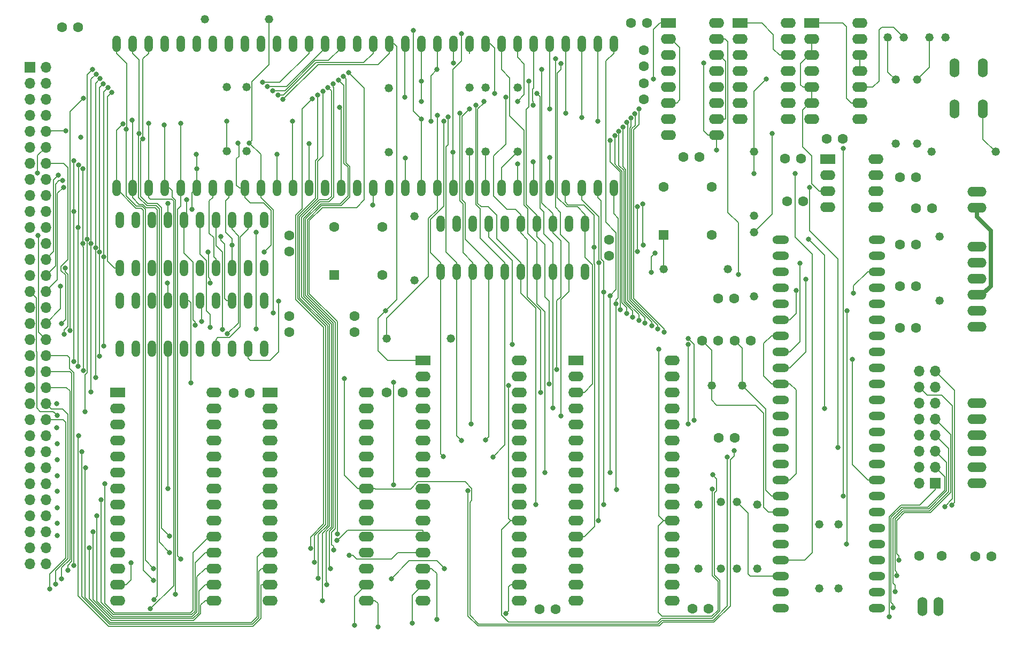
<source format=gbr>
G04 #@! TF.GenerationSoftware,KiCad,Pcbnew,(5.1.5-0-10_14)*
G04 #@! TF.CreationDate,2021-03-21T20:28:01+00:00*
G04 #@! TF.ProjectId,rosco_m68k,726f7363-6f5f-46d3-9638-6b2e6b696361,rev?*
G04 #@! TF.SameCoordinates,Original*
G04 #@! TF.FileFunction,Copper,L1,Top*
G04 #@! TF.FilePolarity,Positive*
%FSLAX46Y46*%
G04 Gerber Fmt 4.6, Leading zero omitted, Abs format (unit mm)*
G04 Created by KiCad (PCBNEW (5.1.5-0-10_14)) date 2021-03-21 20:28:01*
%MOMM*%
%LPD*%
G04 APERTURE LIST*
%ADD10O,2.641600X1.320800*%
%ADD11O,3.048000X1.524000*%
%ADD12O,1.320800X2.641600*%
%ADD13O,2.400000X1.600000*%
%ADD14R,2.400000X1.600000*%
%ADD15C,1.600200*%
%ADD16C,1.320800*%
%ADD17O,1.700000X1.700000*%
%ADD18R,1.700000X1.700000*%
%ADD19C,1.600000*%
%ADD20R,1.600000X1.600000*%
%ADD21O,1.524000X3.048000*%
%ADD22C,0.800000*%
%ADD23C,0.152400*%
%ADD24C,0.650000*%
G04 APERTURE END LIST*
D10*
X207470000Y-92690000D03*
X207470000Y-95230000D03*
X207470000Y-97770000D03*
X207470000Y-100310000D03*
X207470000Y-102850000D03*
X207470000Y-105390000D03*
X207470000Y-107930000D03*
X207470000Y-110470000D03*
X207470000Y-113010000D03*
X207470000Y-115550000D03*
X207470000Y-118090000D03*
X207470000Y-120630000D03*
X207470000Y-123170000D03*
X207470000Y-125710000D03*
X207470000Y-128250000D03*
X207470000Y-130790000D03*
X207470000Y-133330000D03*
X207470000Y-135870000D03*
X207470000Y-138410000D03*
X207470000Y-140950000D03*
X207470000Y-143490000D03*
X207470000Y-146030000D03*
X207470000Y-148570000D03*
X207470000Y-151110000D03*
X192230000Y-151110000D03*
X192230000Y-148570000D03*
X192230000Y-146030000D03*
X192230000Y-143490000D03*
X192230000Y-140950000D03*
X192230000Y-138410000D03*
X192230000Y-135870000D03*
X192230000Y-133330000D03*
X192230000Y-130790000D03*
X192230000Y-128250000D03*
X192230000Y-125710000D03*
X192230000Y-123170000D03*
X192230000Y-120630000D03*
X192230000Y-118090000D03*
X192230000Y-115550000D03*
X192230000Y-113010000D03*
X192230000Y-110470000D03*
X192230000Y-107930000D03*
X192230000Y-105390000D03*
X192230000Y-102850000D03*
X192230000Y-100310000D03*
X192230000Y-97770000D03*
X192230000Y-95230000D03*
X192230000Y-92690000D03*
D11*
X223300000Y-121150000D03*
X223300000Y-118610000D03*
X223300000Y-123690000D03*
X223300000Y-126230000D03*
X223300000Y-128770000D03*
X223300000Y-131310000D03*
D12*
X87538000Y-102390000D03*
X90078000Y-102390000D03*
X92618000Y-102390000D03*
X95158000Y-102390000D03*
X97698000Y-102390000D03*
X100238000Y-102390000D03*
X102778000Y-102390000D03*
X105318000Y-102390000D03*
X107858000Y-102390000D03*
X110398000Y-102390000D03*
X110398000Y-110010000D03*
X107858000Y-110010000D03*
X105318000Y-110010000D03*
X102778000Y-110010000D03*
X100238000Y-110010000D03*
X97698000Y-110010000D03*
X95158000Y-110010000D03*
X92618000Y-110010000D03*
X90078000Y-110010000D03*
X87538000Y-110010000D03*
D13*
X182070000Y-58324800D03*
X174450000Y-76104800D03*
X182070000Y-60864800D03*
X174450000Y-73564800D03*
X182070000Y-63404800D03*
X174450000Y-71024800D03*
X182070000Y-65944800D03*
X174450000Y-68484800D03*
X182070000Y-68484800D03*
X174450000Y-65944800D03*
X182070000Y-71024800D03*
X174450000Y-63404800D03*
X182070000Y-73564800D03*
X174450000Y-60864800D03*
X182070000Y-76104800D03*
D14*
X174450000Y-58324800D03*
X185775000Y-58374800D03*
D13*
X193395000Y-73614800D03*
X185775000Y-60914800D03*
X193395000Y-71074800D03*
X185775000Y-63454800D03*
X193395000Y-68534800D03*
X185775000Y-65994800D03*
X193395000Y-65994800D03*
X185775000Y-68534800D03*
X193395000Y-63454800D03*
X185775000Y-71074800D03*
X193395000Y-60914800D03*
X185775000Y-73614800D03*
X193395000Y-58374800D03*
D14*
X197150000Y-58374800D03*
D13*
X204770000Y-73614800D03*
X197150000Y-60914800D03*
X204770000Y-71074800D03*
X197150000Y-63454800D03*
X204770000Y-68534800D03*
X197150000Y-65994800D03*
X204770000Y-65994800D03*
X197150000Y-68534800D03*
X204770000Y-63454800D03*
X197150000Y-71074800D03*
X204770000Y-60914800D03*
X197150000Y-73614800D03*
X204770000Y-58374800D03*
D15*
X195420000Y-79850000D03*
X192880000Y-79850000D03*
D16*
X101070000Y-57750000D03*
X111230000Y-57750000D03*
D13*
X102440000Y-116923600D03*
X87200000Y-149943600D03*
X102440000Y-119463600D03*
X87200000Y-147403600D03*
X102440000Y-122003600D03*
X87200000Y-144863600D03*
X102440000Y-124543600D03*
X87200000Y-142323600D03*
X102440000Y-127083600D03*
X87200000Y-139783600D03*
X102440000Y-129623600D03*
X87200000Y-137243600D03*
X102440000Y-132163600D03*
X87200000Y-134703600D03*
X102440000Y-134703600D03*
X87200000Y-132163600D03*
X102440000Y-137243600D03*
X87200000Y-129623600D03*
X102440000Y-139783600D03*
X87200000Y-127083600D03*
X102440000Y-142323600D03*
X87200000Y-124543600D03*
X102440000Y-144863600D03*
X87200000Y-122003600D03*
X102440000Y-147403600D03*
X87200000Y-119463600D03*
X102440000Y-149943600D03*
D14*
X87200000Y-116923600D03*
D12*
X138370000Y-90190000D03*
X140910000Y-90190000D03*
X143450000Y-90190000D03*
X145990000Y-90190000D03*
X148530000Y-90190000D03*
X151070000Y-90190000D03*
X153610000Y-90190000D03*
X156150000Y-90190000D03*
X158690000Y-90190000D03*
X161230000Y-90190000D03*
X161230000Y-97810000D03*
X158690000Y-97810000D03*
X156150000Y-97810000D03*
X153610000Y-97810000D03*
X151070000Y-97810000D03*
X148530000Y-97810000D03*
X145990000Y-97810000D03*
X143450000Y-97810000D03*
X140910000Y-97810000D03*
X138370000Y-97810000D03*
D17*
X75865000Y-144090000D03*
X73325000Y-144090000D03*
X75865000Y-141550000D03*
X73325000Y-141550000D03*
X75865000Y-139010000D03*
X73325000Y-139010000D03*
X75865000Y-136470000D03*
X73325000Y-136470000D03*
X75865000Y-133930000D03*
X73325000Y-133930000D03*
X75865000Y-131390000D03*
X73325000Y-131390000D03*
X75865000Y-128850000D03*
X73325000Y-128850000D03*
X75865000Y-126310000D03*
X73325000Y-126310000D03*
X75865000Y-123770000D03*
X73325000Y-123770000D03*
X75865000Y-121230000D03*
X73325000Y-121230000D03*
X75865000Y-118690000D03*
X73325000Y-118690000D03*
X75865000Y-116150000D03*
X73325000Y-116150000D03*
X75865000Y-113610000D03*
X73325000Y-113610000D03*
X75865000Y-111070000D03*
X73325000Y-111070000D03*
X75865000Y-108530000D03*
X73325000Y-108530000D03*
X75865000Y-105990000D03*
X73325000Y-105990000D03*
X75865000Y-103450000D03*
X73325000Y-103450000D03*
X75865000Y-100910000D03*
X73325000Y-100910000D03*
X75865000Y-98370000D03*
X73325000Y-98370000D03*
X75865000Y-95830000D03*
X73325000Y-95830000D03*
X75865000Y-93290000D03*
X73325000Y-93290000D03*
X75865000Y-90750000D03*
X73325000Y-90750000D03*
X75865000Y-88210000D03*
X73325000Y-88210000D03*
X75865000Y-85670000D03*
X73325000Y-85670000D03*
X75865000Y-83130000D03*
X73325000Y-83130000D03*
X75865000Y-80590000D03*
X73325000Y-80590000D03*
X75865000Y-78050000D03*
X73325000Y-78050000D03*
X75865000Y-75510000D03*
X73325000Y-75510000D03*
X75865000Y-72970000D03*
X73325000Y-72970000D03*
X75865000Y-70430000D03*
X73325000Y-70430000D03*
X75865000Y-67890000D03*
X73325000Y-67890000D03*
X75865000Y-65350000D03*
D18*
X73325000Y-65350000D03*
D12*
X163230000Y-61670000D03*
X160690000Y-61670000D03*
X158150000Y-61670000D03*
X155610000Y-61670000D03*
X153070000Y-61670000D03*
X150530000Y-61670000D03*
X147990000Y-61670000D03*
X145450000Y-61670000D03*
X142910000Y-61670000D03*
X140370000Y-61670000D03*
X137830000Y-61670000D03*
X135290000Y-61670000D03*
X163230000Y-84530000D03*
X160690000Y-84530000D03*
X158150000Y-84530000D03*
X155610000Y-84530000D03*
X153070000Y-84530000D03*
X150530000Y-84530000D03*
X147990000Y-84530000D03*
X145450000Y-84530000D03*
X142910000Y-84530000D03*
X140370000Y-84530000D03*
X137830000Y-84530000D03*
X135290000Y-84530000D03*
X87030000Y-61670000D03*
X89570000Y-61670000D03*
X92110000Y-61670000D03*
X94650000Y-61670000D03*
X97190000Y-61670000D03*
X99730000Y-61670000D03*
X102270000Y-61670000D03*
X104810000Y-61670000D03*
X107350000Y-61670000D03*
X109890000Y-61670000D03*
X112430000Y-61670000D03*
X114970000Y-61670000D03*
X117510000Y-61670000D03*
X120050000Y-61670000D03*
X122590000Y-61670000D03*
X125130000Y-61670000D03*
X127670000Y-61670000D03*
X130210000Y-61670000D03*
X132750000Y-61670000D03*
X165770000Y-61670000D03*
X165770000Y-84530000D03*
X132750000Y-84530000D03*
X130210000Y-84530000D03*
X127670000Y-84530000D03*
X125130000Y-84530000D03*
X122590000Y-84530000D03*
X120050000Y-84530000D03*
X117510000Y-84530000D03*
X114970000Y-84530000D03*
X112430000Y-84530000D03*
X109890000Y-84530000D03*
X107350000Y-84530000D03*
X104810000Y-84530000D03*
X102270000Y-84530000D03*
X99730000Y-84530000D03*
X97190000Y-84530000D03*
X94650000Y-84530000D03*
X92110000Y-84530000D03*
X89570000Y-84530000D03*
X87030000Y-84530000D03*
D16*
X104538300Y-68548100D03*
X104538300Y-78708100D03*
X185287500Y-134300000D03*
X182747500Y-134300000D03*
D12*
X87538000Y-89590000D03*
X90078000Y-89590000D03*
X92618000Y-89590000D03*
X95158000Y-89590000D03*
X97698000Y-89590000D03*
X100238000Y-89590000D03*
X102778000Y-89590000D03*
X105318000Y-89590000D03*
X107858000Y-89590000D03*
X110398000Y-89590000D03*
X110398000Y-97210000D03*
X107858000Y-97210000D03*
X105318000Y-97210000D03*
X102778000Y-97210000D03*
X100238000Y-97210000D03*
X97698000Y-97210000D03*
X95158000Y-97210000D03*
X92618000Y-97210000D03*
X90078000Y-97210000D03*
X87538000Y-97210000D03*
D19*
X129120000Y-98300000D03*
X129120000Y-90680000D03*
X121500000Y-90680000D03*
D20*
X121500000Y-98300000D03*
D19*
X181320000Y-92000000D03*
X181320000Y-84380000D03*
X173700000Y-84380000D03*
D20*
X173700000Y-92000000D03*
D16*
X173720000Y-97400000D03*
X183880000Y-97400000D03*
X134250000Y-99180000D03*
X134250000Y-89020000D03*
D15*
X170550000Y-70470000D03*
X170550000Y-67930000D03*
D11*
X223300000Y-96400000D03*
X223300000Y-93860000D03*
X223300000Y-98940000D03*
X223300000Y-101480000D03*
X223300000Y-104020000D03*
X223300000Y-106560000D03*
D13*
X175040000Y-111823600D03*
X159800000Y-149923600D03*
X175040000Y-114363600D03*
X159800000Y-147383600D03*
X175040000Y-116903600D03*
X159800000Y-144843600D03*
X175040000Y-119443600D03*
X159800000Y-142303600D03*
X175040000Y-121983600D03*
X159800000Y-139763600D03*
X175040000Y-124523600D03*
X159800000Y-137223600D03*
X175040000Y-127063600D03*
X159800000Y-134683600D03*
X175040000Y-129603600D03*
X159800000Y-132143600D03*
X175040000Y-132143600D03*
X159800000Y-129603600D03*
X175040000Y-134683600D03*
X159800000Y-127063600D03*
X175040000Y-137223600D03*
X159800000Y-124523600D03*
X175040000Y-139763600D03*
X159800000Y-121983600D03*
X175040000Y-142303600D03*
X159800000Y-119443600D03*
X175040000Y-144843600D03*
X159800000Y-116903600D03*
X175040000Y-147383600D03*
X159800000Y-114363600D03*
X175040000Y-149923600D03*
D14*
X159800000Y-111823600D03*
D13*
X150840000Y-111823600D03*
X135600000Y-149923600D03*
X150840000Y-114363600D03*
X135600000Y-147383600D03*
X150840000Y-116903600D03*
X135600000Y-144843600D03*
X150840000Y-119443600D03*
X135600000Y-142303600D03*
X150840000Y-121983600D03*
X135600000Y-139763600D03*
X150840000Y-124523600D03*
X135600000Y-137223600D03*
X150840000Y-127063600D03*
X135600000Y-134683600D03*
X150840000Y-129603600D03*
X135600000Y-132143600D03*
X150840000Y-132143600D03*
X135600000Y-129603600D03*
X150840000Y-134683600D03*
X135600000Y-127063600D03*
X150840000Y-137223600D03*
X135600000Y-124523600D03*
X150840000Y-139763600D03*
X135600000Y-121983600D03*
X150840000Y-142303600D03*
X135600000Y-119443600D03*
X150840000Y-144843600D03*
X135600000Y-116903600D03*
X150840000Y-147383600D03*
X135600000Y-114363600D03*
X150840000Y-149923600D03*
D14*
X135600000Y-111823600D03*
D13*
X126640000Y-116923600D03*
X111400000Y-149943600D03*
X126640000Y-119463600D03*
X111400000Y-147403600D03*
X126640000Y-122003600D03*
X111400000Y-144863600D03*
X126640000Y-124543600D03*
X111400000Y-142323600D03*
X126640000Y-127083600D03*
X111400000Y-139783600D03*
X126640000Y-129623600D03*
X111400000Y-137243600D03*
X126640000Y-132163600D03*
X111400000Y-134703600D03*
X126640000Y-134703600D03*
X111400000Y-132163600D03*
X126640000Y-137243600D03*
X111400000Y-129623600D03*
X126640000Y-139783600D03*
X111400000Y-127083600D03*
X126640000Y-142323600D03*
X111400000Y-124543600D03*
X126640000Y-144863600D03*
X111400000Y-122003600D03*
X126640000Y-147403600D03*
X111400000Y-119463600D03*
X126640000Y-149943600D03*
D14*
X111400000Y-116923600D03*
D16*
X188500000Y-134720000D03*
X188500000Y-144880000D03*
X179200000Y-144880000D03*
X179200000Y-134720000D03*
X186113000Y-115800000D03*
X181287000Y-115800000D03*
X185287500Y-144850000D03*
X182747500Y-144850000D03*
D11*
X223300000Y-87670000D03*
X223300000Y-85130000D03*
D21*
X217170000Y-150900000D03*
X214630000Y-150900000D03*
D13*
X207270000Y-79925000D03*
X199650000Y-87545000D03*
X207270000Y-82465000D03*
X199650000Y-85005000D03*
X207270000Y-85005000D03*
X199650000Y-82465000D03*
X207270000Y-87545000D03*
D14*
X199650000Y-79925000D03*
D15*
X214122000Y-142850000D03*
X217678000Y-142850000D03*
X124750000Y-104830000D03*
X124750000Y-107370000D03*
X211130000Y-100085000D03*
X213670000Y-100085000D03*
X193230000Y-86650000D03*
X195770000Y-86650000D03*
X184970000Y-124100000D03*
X182430000Y-124100000D03*
X179345000Y-79600000D03*
X176805000Y-79600000D03*
X202070000Y-76750000D03*
X199530000Y-76750000D03*
X168530000Y-58350000D03*
X171070000Y-58350000D03*
X211130000Y-93500000D03*
X213670000Y-93500000D03*
X78455000Y-59000000D03*
X80995000Y-59000000D03*
X223005000Y-142925000D03*
X225545000Y-142925000D03*
X182360000Y-102030000D03*
X184900000Y-102030000D03*
X211130000Y-106670000D03*
X213670000Y-106670000D03*
X170550000Y-65220000D03*
X170550000Y-62680000D03*
X165050000Y-95270000D03*
X165050000Y-92730000D03*
X114400000Y-107370000D03*
X114400000Y-104830000D03*
X114400000Y-94570000D03*
X114400000Y-92030000D03*
X187470000Y-108700000D03*
X184930000Y-108700000D03*
X182320000Y-108700000D03*
X179780000Y-108700000D03*
D17*
X214150000Y-113530000D03*
X216690000Y-113530000D03*
X214150000Y-116070000D03*
X216690000Y-116070000D03*
X214150000Y-118610000D03*
X216690000Y-118610000D03*
X214150000Y-121150000D03*
X216690000Y-121150000D03*
X214150000Y-123690000D03*
X216690000Y-123690000D03*
X214150000Y-126230000D03*
X216690000Y-126230000D03*
X214150000Y-128770000D03*
X216690000Y-128770000D03*
X214150000Y-131310000D03*
D18*
X216690000Y-131310000D03*
D15*
X211130000Y-82850000D03*
X213670000Y-82850000D03*
D16*
X129820000Y-108400000D03*
X139980000Y-108400000D03*
X201350000Y-148030000D03*
X201350000Y-137870000D03*
X198300000Y-147980000D03*
X198300000Y-137820000D03*
D21*
X224260600Y-65498800D03*
X219739400Y-65498800D03*
X224260600Y-72001200D03*
X219739400Y-72001200D03*
D16*
X213830000Y-77520000D03*
X213830000Y-67360000D03*
D15*
X213630000Y-87750000D03*
X216170000Y-87750000D03*
X108170000Y-117000000D03*
X105630000Y-117000000D03*
X132370000Y-116900000D03*
X129830000Y-116900000D03*
X156570000Y-151300000D03*
X154030000Y-151300000D03*
X180770000Y-151200000D03*
X178230000Y-151200000D03*
D16*
X218320000Y-60600000D03*
X215780000Y-60600000D03*
X211700000Y-60650000D03*
X209160000Y-60650000D03*
X130141500Y-68662400D03*
X130141500Y-78822400D03*
X217363800Y-102346800D03*
X217363800Y-92186800D03*
X226276000Y-78790000D03*
X216116000Y-78790000D03*
X210400000Y-77520000D03*
X210400000Y-67360000D03*
X187970100Y-101713600D03*
X187970100Y-91553600D03*
X187970100Y-88930000D03*
X187970100Y-78770000D03*
X142915100Y-68623600D03*
X142915100Y-78783600D03*
X145455100Y-68623600D03*
X145455100Y-78783600D03*
X150535100Y-68623600D03*
X150535100Y-78783600D03*
X107625000Y-68545000D03*
X107625000Y-78705000D03*
D22*
X202121400Y-133350000D03*
X202150000Y-78250000D03*
X78675000Y-84400000D03*
X78500000Y-83350000D03*
X77850000Y-82475000D03*
X111840000Y-104300000D03*
X108083012Y-77358012D03*
X114950000Y-73937730D03*
X104550000Y-73937730D03*
X117550000Y-77500000D03*
X188000000Y-82250000D03*
X194500000Y-82250000D03*
X74600000Y-92025000D03*
X172050000Y-67250000D03*
X189900000Y-67250000D03*
X140350000Y-78800000D03*
X141650000Y-60078600D03*
X122375000Y-71702465D03*
X105325000Y-93550000D03*
X78198746Y-100072032D03*
X99700000Y-79157460D03*
X99750000Y-81475000D03*
X99025000Y-87875000D03*
X180050000Y-64700000D03*
X182050000Y-78520000D03*
X112450000Y-79147350D03*
X150550000Y-80671400D03*
X81775000Y-81500000D03*
X81800000Y-113500000D03*
X81754073Y-93297201D03*
X153050000Y-80328600D03*
X81025000Y-80850000D03*
X81000172Y-112795995D03*
X81000000Y-90750000D03*
X155650000Y-79700000D03*
X80325000Y-80175000D03*
X80300000Y-112050000D03*
X80292086Y-88207914D03*
X95200000Y-132150000D03*
X142700000Y-132543610D03*
X184900000Y-126200000D03*
X101900000Y-106620000D03*
X123150000Y-114700000D03*
X103850000Y-106950000D03*
X183800000Y-127150000D03*
X149158600Y-115850000D03*
X104638228Y-107604270D03*
X181432123Y-130017877D03*
X172950000Y-110050000D03*
X181400000Y-132250000D03*
X149700000Y-109350000D03*
X177600000Y-109350000D03*
X177600000Y-121950000D03*
X98200000Y-86350000D03*
X99480000Y-106310000D03*
X178525813Y-121321400D03*
X177600000Y-108397597D03*
X109200000Y-106900000D03*
X109175000Y-91550000D03*
X95225000Y-86978600D03*
X100540000Y-105710000D03*
X202750000Y-104000000D03*
X202650000Y-140950000D03*
X127650000Y-87200000D03*
X170380563Y-87012697D03*
X170450000Y-93571401D03*
X190900000Y-75900000D03*
X199150000Y-119450000D03*
X196650000Y-92650000D03*
X106300000Y-77375000D03*
X95125000Y-99571400D03*
X110400000Y-94675000D03*
X171725000Y-97911780D03*
X101928600Y-99571400D03*
X101575000Y-94675000D03*
X172330000Y-94856970D03*
X103550000Y-92200000D03*
X185497138Y-98216590D03*
X203750000Y-101150000D03*
X112750000Y-102500000D03*
X98850000Y-115400000D03*
X130900000Y-115350000D03*
X130900000Y-131600000D03*
X137900000Y-72975000D03*
X135300000Y-73603600D03*
X79034886Y-75475000D03*
X134050000Y-59500000D03*
X132750000Y-79756970D03*
X74575000Y-82150000D03*
X203600000Y-111700000D03*
X78375000Y-105975000D03*
X210943030Y-143500000D03*
X210638220Y-146000000D03*
X210333410Y-148550000D03*
X210028600Y-151100000D03*
X209400000Y-152500000D03*
X218210000Y-135020000D03*
X219323500Y-134795475D03*
X138800000Y-127100000D03*
X138850000Y-73937730D03*
X163250000Y-73937730D03*
X77675000Y-127625000D03*
X141700000Y-124550000D03*
X139531763Y-73272697D03*
X160700000Y-73309130D03*
X77675000Y-125050000D03*
X143200000Y-121950000D03*
X158150000Y-72644097D03*
X141400000Y-72644097D03*
X77625000Y-122500000D03*
X145450000Y-124500000D03*
X142950000Y-72015497D03*
X155650000Y-72015497D03*
X146650000Y-127150000D03*
X143950000Y-71386897D03*
X153050000Y-71386897D03*
X153433600Y-134683600D03*
X145250000Y-70758297D03*
X150550000Y-70758297D03*
X154900000Y-129600000D03*
X156150000Y-119400000D03*
X153650000Y-69550000D03*
X146950000Y-69500000D03*
X77600000Y-118675000D03*
X157450000Y-120700000D03*
X156550000Y-64000000D03*
X140400000Y-64700000D03*
X157450000Y-64750000D03*
X77675000Y-120578600D03*
X156785801Y-113334990D03*
X137800000Y-65750000D03*
X154400000Y-65750000D03*
X136825000Y-73937730D03*
X81400000Y-76450000D03*
X164200000Y-101028600D03*
X164200000Y-134700000D03*
X77650000Y-135225000D03*
X163450000Y-96400000D03*
X163383410Y-137250000D03*
X77675000Y-137700000D03*
X121960434Y-140361580D03*
X162700000Y-93950000D03*
X77675000Y-139646400D03*
X130550000Y-146450000D03*
X92911780Y-144850000D03*
X168800000Y-105000000D03*
X139000000Y-144900000D03*
X83967800Y-136475000D03*
X88600000Y-75200000D03*
X166600000Y-75550000D03*
X95461780Y-142300000D03*
X90621400Y-75848146D03*
X167804344Y-104428600D03*
X84596400Y-133925000D03*
X165950000Y-76250000D03*
X95461780Y-139750000D03*
X91200000Y-76700000D03*
X166800001Y-103800000D03*
X85225000Y-131425000D03*
X165178600Y-76971400D03*
X118100000Y-70349999D03*
X117764200Y-141618780D03*
X82175000Y-128850000D03*
X118392800Y-143850000D03*
X118914285Y-69757142D03*
X81600000Y-126300000D03*
X119021400Y-146400000D03*
X119728570Y-69164285D03*
X81075000Y-123775000D03*
X119650000Y-149950000D03*
X120542855Y-68571428D03*
X128450000Y-154147840D03*
X76471655Y-148108992D03*
X120350000Y-147450000D03*
X121357140Y-67978571D03*
X124750000Y-153843030D03*
X77423472Y-147337994D03*
X120900000Y-144850000D03*
X122171425Y-67385714D03*
X78350000Y-146444600D03*
X122985710Y-66792857D03*
X121423791Y-141923590D03*
X79323205Y-145120998D03*
X123800000Y-66200000D03*
X122069488Y-139363590D03*
X80275000Y-144350000D03*
X110150000Y-67750000D03*
X82413940Y-92610438D03*
X83250000Y-65700000D03*
X82075000Y-119950000D03*
X110970732Y-68423816D03*
X83042540Y-93343164D03*
X83846134Y-66445315D03*
X83025000Y-116875000D03*
X111791464Y-69097632D03*
X83744744Y-93986576D03*
X84452299Y-67179912D03*
X83775000Y-114550000D03*
X112612196Y-69771448D03*
X84392589Y-94684692D03*
X84988166Y-67967259D03*
X84371399Y-111146399D03*
X113432930Y-70445264D03*
X85021400Y-95400000D03*
X85700000Y-68600000D03*
X85000000Y-109600000D03*
X129680000Y-103960000D03*
X154200000Y-116900000D03*
X148671400Y-70129697D03*
X132700000Y-70100000D03*
X86300000Y-69350000D03*
X78925000Y-97225000D03*
X78738625Y-107703600D03*
X165200000Y-101600000D03*
X165200000Y-129600000D03*
X194671400Y-100750000D03*
X77675000Y-130150000D03*
X166171401Y-102850000D03*
X166200000Y-132350000D03*
X77675000Y-132625000D03*
X123900000Y-142750000D03*
X97200000Y-143350000D03*
X97200000Y-74242540D03*
X173800000Y-107400000D03*
X169750000Y-71950000D03*
X96400000Y-148900000D03*
X94600000Y-74547350D03*
X172750000Y-106850000D03*
X137750000Y-152928600D03*
X169150000Y-72700000D03*
X92399400Y-151250600D03*
X92143492Y-74256508D03*
X171800000Y-106350000D03*
X133900000Y-153538220D03*
X89325000Y-143925000D03*
X168550000Y-73450000D03*
X93005512Y-149755512D03*
X89550000Y-73732838D03*
X170750000Y-105950000D03*
X82710599Y-141550000D03*
X167850000Y-74100000D03*
X92911780Y-146750000D03*
X88052390Y-74361438D03*
X169800000Y-105500000D03*
X148713512Y-151976210D03*
X83339199Y-139000000D03*
X167209713Y-74818344D03*
X196800000Y-84400000D03*
X201250000Y-125700000D03*
X196171400Y-98950000D03*
X195300000Y-96450000D03*
X169562269Y-87500000D03*
X169562269Y-94600000D03*
X155528600Y-115550000D03*
X135300000Y-67600000D03*
X152350000Y-67600000D03*
X135300000Y-70758297D03*
X81785340Y-70300000D03*
X79663486Y-107075000D03*
D23*
X142915100Y-84524900D02*
X142910000Y-84530000D01*
X142915100Y-78783600D02*
X142915100Y-84524900D01*
X202121400Y-133350000D02*
X202121400Y-117871400D01*
X202121400Y-78278600D02*
X202150000Y-78250000D01*
X202121400Y-117871400D02*
X202121400Y-78278600D01*
X77684620Y-99090380D02*
X76425000Y-100350000D01*
X77684620Y-87965380D02*
X77684620Y-99090380D01*
X76425000Y-100350000D02*
X75865000Y-100910000D01*
X77684620Y-85390380D02*
X78675000Y-84400000D01*
X77684620Y-87965380D02*
X77684620Y-85390380D01*
X145455100Y-84524900D02*
X145450000Y-84530000D01*
X145455100Y-78783600D02*
X145455100Y-84524900D01*
X77379810Y-96855190D02*
X75865000Y-98370000D01*
X77379810Y-83904505D02*
X77379810Y-96855190D01*
X77934315Y-83350000D02*
X77379810Y-83904505D01*
X78500000Y-83350000D02*
X77934315Y-83350000D01*
X147990000Y-81328700D02*
X150535100Y-78783600D01*
X147990000Y-84530000D02*
X147990000Y-81328700D01*
X77075000Y-94620000D02*
X75865000Y-95830000D01*
X77075000Y-83250000D02*
X77075000Y-94620000D01*
X77850000Y-82475000D02*
X77075000Y-83250000D01*
X109890000Y-84530000D02*
X109890000Y-79534332D01*
X109890000Y-79165000D02*
X108083012Y-77358012D01*
X109890000Y-79534332D02*
X109890000Y-79165000D01*
X109890000Y-86003200D02*
X109890000Y-84530000D01*
X111850000Y-87963200D02*
X109890000Y-86003200D01*
X111230000Y-57750000D02*
X111230000Y-64970000D01*
X108483011Y-76958013D02*
X108083012Y-77358012D01*
X108514001Y-76927023D02*
X108483011Y-76958013D01*
X108514001Y-67685999D02*
X108514001Y-76927023D01*
X111230000Y-64970000D02*
X108514001Y-67685999D01*
X111850000Y-87963200D02*
X111850000Y-104410000D01*
X114950000Y-84510000D02*
X114970000Y-84530000D01*
X114950000Y-79700000D02*
X114950000Y-78000000D01*
X114950000Y-79700000D02*
X114950000Y-84510000D01*
X114950000Y-78000000D02*
X114950000Y-73937730D01*
X104550000Y-78696400D02*
X104538300Y-78708100D01*
X104550000Y-73937730D02*
X104550000Y-78696400D01*
X117550000Y-84490000D02*
X117510000Y-84530000D01*
X117550000Y-78800000D02*
X117550000Y-84490000D01*
X117550000Y-78800000D02*
X117550000Y-77500000D01*
X188000000Y-78799900D02*
X187970100Y-78770000D01*
X188000000Y-82250000D02*
X188000000Y-78799900D01*
X75865000Y-108530000D02*
X74708411Y-107373411D01*
X74708411Y-92133411D02*
X74600000Y-92025000D01*
X74708411Y-107373411D02*
X74708411Y-92133411D01*
X173097600Y-58324800D02*
X174450000Y-58324800D01*
X172050000Y-59372400D02*
X173097600Y-58324800D01*
X172050000Y-67250000D02*
X172050000Y-59372400D01*
X187970100Y-78770000D02*
X187970100Y-69179900D01*
X187970100Y-69179900D02*
X189900000Y-67250000D01*
X197250000Y-142300000D02*
X196060000Y-143490000D01*
X194500000Y-92300000D02*
X197250000Y-95050000D01*
X196060000Y-143490000D02*
X192230000Y-143490000D01*
X197250000Y-95050000D02*
X197250000Y-142300000D01*
X194500000Y-82250000D02*
X194500000Y-92300000D01*
X140350000Y-84510000D02*
X140370000Y-84530000D01*
X140350000Y-78800000D02*
X140350000Y-84510000D01*
X140350000Y-78234315D02*
X140350000Y-78800000D01*
X140350000Y-65680330D02*
X140350000Y-78234315D01*
X141650000Y-64380330D02*
X140350000Y-65680330D01*
X141650000Y-60078600D02*
X141650000Y-64380330D01*
X122590000Y-71917465D02*
X122375000Y-71702465D01*
X122590000Y-84530000D02*
X122590000Y-71917465D01*
X105325000Y-97203000D02*
X105318000Y-97210000D01*
X105325000Y-93550000D02*
X105325000Y-97203000D01*
X105325000Y-92525000D02*
X105325000Y-93550000D01*
X104300000Y-91500000D02*
X105325000Y-92525000D01*
X104300000Y-86513200D02*
X104300000Y-91500000D01*
X104810000Y-86003200D02*
X104300000Y-86513200D01*
X104810000Y-84530000D02*
X104810000Y-86003200D01*
X102270000Y-86003200D02*
X102270000Y-84530000D01*
X101750000Y-86523200D02*
X102270000Y-86003200D01*
X101750000Y-91675000D02*
X102473190Y-92398190D01*
X101750000Y-86523200D02*
X101750000Y-91675000D01*
X102778000Y-95736800D02*
X102778000Y-97210000D01*
X102473190Y-95431990D02*
X102778000Y-95736800D01*
X102473190Y-92398190D02*
X102473190Y-95431990D01*
X78198746Y-103656254D02*
X75865000Y-105990000D01*
X78198746Y-100072032D02*
X78198746Y-103656254D01*
X99730000Y-79187460D02*
X99700000Y-79157460D01*
X99730000Y-84530000D02*
X99730000Y-79187460D01*
X99025000Y-85235000D02*
X99730000Y-84530000D01*
X99025000Y-87875000D02*
X99025000Y-85235000D01*
X185950000Y-61100000D02*
X186100000Y-61250000D01*
X185950000Y-61086800D02*
X185950000Y-61100000D01*
X185950000Y-61086800D02*
X185758200Y-60895000D01*
X180050000Y-75437200D02*
X180050000Y-64700000D01*
X180717600Y-76104800D02*
X180050000Y-75437200D01*
X182070000Y-76104800D02*
X180717600Y-76104800D01*
X182050000Y-76124800D02*
X182070000Y-76104800D01*
X182050000Y-78520000D02*
X182050000Y-76124800D01*
X112430000Y-79167350D02*
X112450000Y-79147350D01*
X112430000Y-84530000D02*
X112430000Y-79167350D01*
X150530000Y-80691400D02*
X150550000Y-80671400D01*
X150530000Y-84530000D02*
X150530000Y-80691400D01*
X81775000Y-93276274D02*
X81754073Y-93297201D01*
X81775000Y-81500000D02*
X81775000Y-93276274D01*
X81785340Y-113485340D02*
X81800000Y-113500000D01*
X81785340Y-93894153D02*
X81785340Y-113485340D01*
X81754073Y-93862886D02*
X81785340Y-93894153D01*
X81754073Y-93297201D02*
X81754073Y-93862886D01*
X153070000Y-80348600D02*
X153050000Y-80328600D01*
X153070000Y-84530000D02*
X153070000Y-80348600D01*
X81000000Y-112795823D02*
X81000172Y-112795995D01*
X81000000Y-90750000D02*
X81000000Y-112795823D01*
X81025000Y-90725000D02*
X81000000Y-90750000D01*
X81025000Y-80850000D02*
X81025000Y-90725000D01*
X155610000Y-79740000D02*
X155650000Y-79700000D01*
X155610000Y-84530000D02*
X155610000Y-79740000D01*
X80292086Y-112042086D02*
X80300000Y-112050000D01*
X80292086Y-88207914D02*
X80292086Y-112042086D01*
X80325000Y-88175000D02*
X80292086Y-88207914D01*
X80325000Y-80175000D02*
X80325000Y-88175000D01*
X95158000Y-132108000D02*
X95200000Y-132150000D01*
X95158000Y-110010000D02*
X95158000Y-132108000D01*
X100238000Y-89590000D02*
X100238000Y-91063200D01*
X142700000Y-132543610D02*
X142700000Y-133109295D01*
X142700001Y-152376257D02*
X144283365Y-153959619D01*
X142700000Y-133109295D02*
X142700001Y-152376257D01*
X173002514Y-153959618D02*
X173597702Y-153364430D01*
X144283365Y-153959619D02*
X173002514Y-153959618D01*
X180214430Y-153364430D02*
X181678769Y-153364429D01*
X173597702Y-153364430D02*
X180214430Y-153364430D01*
X181678769Y-153364429D02*
X184250000Y-150793198D01*
X180214430Y-153364430D02*
X180400000Y-153364430D01*
X184900000Y-126980330D02*
X184900000Y-126200000D01*
X184250000Y-127630330D02*
X184900000Y-126980330D01*
X184250000Y-150793198D02*
X184250000Y-127630330D01*
X100238000Y-94988000D02*
X100238000Y-89590000D01*
X101300000Y-96050000D02*
X100238000Y-94988000D01*
X101300000Y-96050000D02*
X101300000Y-104010000D01*
X101900000Y-104610000D02*
X101900000Y-106620000D01*
X101300000Y-104010000D02*
X101900000Y-104610000D01*
X125287600Y-132163600D02*
X126640000Y-132163600D01*
X123150000Y-130026000D02*
X125287600Y-132163600D01*
X123150000Y-114700000D02*
X123150000Y-130026000D01*
X102778000Y-93627866D02*
X103850000Y-94699866D01*
X102778000Y-89590000D02*
X102778000Y-93627866D01*
X103850000Y-94699866D02*
X103850000Y-97400000D01*
X103850000Y-97400000D02*
X103850000Y-102200000D01*
X103850000Y-102200000D02*
X103850000Y-106950000D01*
X134773936Y-131114990D02*
X142264990Y-131114990D01*
X133660325Y-132228601D02*
X134773936Y-131114990D01*
X127992400Y-132163600D02*
X128057401Y-132228601D01*
X128057401Y-132228601D02*
X133660325Y-132228601D01*
X126640000Y-132163600D02*
X127992400Y-132163600D01*
X143328601Y-134071399D02*
X143004810Y-134395190D01*
X143328601Y-132178601D02*
X143328601Y-134071399D01*
X142264990Y-131114990D02*
X143328601Y-132178601D01*
X143004810Y-134395190D02*
X143004810Y-152250000D01*
X144409620Y-153654810D02*
X172876257Y-153654809D01*
X143004810Y-152250000D02*
X144409620Y-153654810D01*
X172876257Y-153654809D02*
X173471446Y-153059620D01*
X173471446Y-153059620D02*
X180750000Y-153059620D01*
X181552512Y-153059620D02*
X183800000Y-150812132D01*
X180750000Y-153059620D02*
X181552512Y-153059620D01*
X183800000Y-150812132D02*
X183800000Y-143200000D01*
X183800000Y-143200000D02*
X183800000Y-127150000D01*
X149158600Y-116415685D02*
X149150000Y-116424285D01*
X149158600Y-115850000D02*
X149158600Y-116415685D01*
X149487600Y-137223600D02*
X150840000Y-137223600D01*
X149150000Y-136886000D02*
X149487600Y-137223600D01*
X149150000Y-116424285D02*
X149150000Y-136886000D01*
X105318000Y-91063200D02*
X106350000Y-92095200D01*
X105318000Y-89590000D02*
X105318000Y-91063200D01*
X106350000Y-92095200D02*
X106350000Y-102450000D01*
X106350000Y-105892498D02*
X104638228Y-107604270D01*
X106350000Y-102450000D02*
X106350000Y-105892498D01*
X149487600Y-137223600D02*
X148050000Y-138661200D01*
X148050000Y-152243028D02*
X149156972Y-153350000D01*
X148050000Y-138661200D02*
X148050000Y-152243028D01*
X172750000Y-153350000D02*
X173345190Y-152754810D01*
X149156972Y-153350000D02*
X172750000Y-153350000D01*
X182604810Y-146754810D02*
X181704810Y-145854810D01*
X182604810Y-151576256D02*
X182604810Y-146754810D01*
X181426257Y-152754809D02*
X182604810Y-151576256D01*
X173345190Y-152754810D02*
X181426257Y-152754809D01*
X182028601Y-130614355D02*
X181432123Y-130017877D01*
X181704810Y-132875520D02*
X182028601Y-132551729D01*
X182028601Y-132551729D02*
X182028601Y-130614355D01*
X181704810Y-145854810D02*
X181704810Y-132875520D01*
X173687600Y-137223600D02*
X175040000Y-137223600D01*
X172950000Y-136486000D02*
X173687600Y-137223600D01*
X172950000Y-110050000D02*
X172950000Y-136486000D01*
X102778000Y-108536800D02*
X102778000Y-110010000D01*
X103081929Y-108232871D02*
X102778000Y-108536800D01*
X104939957Y-108232871D02*
X103081929Y-108232871D01*
X106654810Y-106518018D02*
X104939957Y-108232871D01*
X106654810Y-92266390D02*
X106654810Y-106518018D01*
X107858000Y-91063200D02*
X106654810Y-92266390D01*
X107858000Y-89590000D02*
X107858000Y-91063200D01*
X173687600Y-137223600D02*
X172800000Y-138111200D01*
X172800000Y-138111200D02*
X172800000Y-151800000D01*
X172800000Y-151800000D02*
X173450000Y-152450000D01*
X173450000Y-152450000D02*
X181300000Y-152450000D01*
X182300000Y-151450000D02*
X182300000Y-146900000D01*
X181300000Y-152450000D02*
X182300000Y-151450000D01*
X182300000Y-146900000D02*
X181400000Y-146000000D01*
X181400000Y-132250000D02*
X181400000Y-146000000D01*
X145990000Y-92340000D02*
X145990000Y-90190000D01*
X149700000Y-96050000D02*
X145990000Y-92340000D01*
X149700000Y-109350000D02*
X149700000Y-96050000D01*
X177600000Y-122100000D02*
X177550000Y-122150000D01*
X177600000Y-109350000D02*
X177600000Y-122100000D01*
X98200000Y-89088000D02*
X97698000Y-89590000D01*
X98200000Y-86350000D02*
X98200000Y-89088000D01*
X99154810Y-96304810D02*
X97698000Y-94848000D01*
X97698000Y-94848000D02*
X97698000Y-89590000D01*
X99480000Y-105744315D02*
X99480000Y-106310000D01*
X99154810Y-105419125D02*
X99480000Y-105744315D01*
X99154810Y-96304810D02*
X99154810Y-105419125D01*
X178525813Y-109323410D02*
X177600000Y-108397597D01*
X178525813Y-121321400D02*
X178525813Y-109323410D01*
X109200000Y-91575000D02*
X109175000Y-91550000D01*
X109200000Y-105953600D02*
X109200000Y-91575000D01*
X95225000Y-89523000D02*
X95158000Y-89590000D01*
X95225000Y-86978600D02*
X95225000Y-89523000D01*
X109200000Y-105953600D02*
X109200000Y-106900000D01*
X100540000Y-102692000D02*
X100238000Y-102390000D01*
X100540000Y-105710000D02*
X100540000Y-102692000D01*
X202750000Y-140850000D02*
X202650000Y-140950000D01*
X202750000Y-104000000D02*
X202750000Y-140850000D01*
X185287500Y-134300000D02*
X187100000Y-136112500D01*
X187100000Y-136112500D02*
X187100000Y-145700000D01*
X187430000Y-146030000D02*
X192230000Y-146030000D01*
X187100000Y-145700000D02*
X187430000Y-146030000D01*
X193703200Y-115550000D02*
X194700000Y-116546800D01*
X192230000Y-115550000D02*
X193703200Y-115550000D01*
X193703200Y-130790000D02*
X192230000Y-130790000D01*
X194700000Y-129793200D02*
X193703200Y-130790000D01*
X194700000Y-116546800D02*
X194700000Y-129793200D01*
X190756800Y-115550000D02*
X189525000Y-114318200D01*
X192230000Y-115550000D02*
X190756800Y-115550000D01*
X190756800Y-107930000D02*
X192230000Y-107930000D01*
X189525000Y-109161800D02*
X190756800Y-107930000D01*
X189525000Y-114318200D02*
X189525000Y-109161800D01*
X183422400Y-73564800D02*
X182070000Y-73564800D01*
X183498610Y-73488590D02*
X183422400Y-73564800D01*
X183498610Y-64433410D02*
X183498610Y-73488590D01*
X182470000Y-63404800D02*
X183498610Y-64433410D01*
X182070000Y-63404800D02*
X182470000Y-63404800D01*
X174850000Y-60864800D02*
X176250000Y-62264800D01*
X174450000Y-60864800D02*
X174850000Y-60864800D01*
X175802400Y-71024800D02*
X174450000Y-71024800D01*
X176250000Y-70577200D02*
X175802400Y-71024800D01*
X176250000Y-62264800D02*
X176250000Y-70577200D01*
X197150000Y-83857400D02*
X198297600Y-85005000D01*
X198297600Y-85005000D02*
X199650000Y-85005000D01*
X198010000Y-71055000D02*
X196536800Y-71055000D01*
X197150000Y-60914800D02*
X197150000Y-63454800D01*
X195797600Y-68534800D02*
X197150000Y-68534800D01*
X195400000Y-68137200D02*
X195797600Y-68534800D01*
X195400000Y-64804800D02*
X195400000Y-68137200D01*
X196750000Y-63454800D02*
X195400000Y-64804800D01*
X197150000Y-63454800D02*
X196750000Y-63454800D01*
X197150000Y-68534800D02*
X197150000Y-71074800D01*
X196750000Y-71074800D02*
X195700000Y-72124800D01*
X197150000Y-71074800D02*
X196750000Y-71074800D01*
X195700000Y-72124800D02*
X195700000Y-78000000D01*
X197150000Y-79450000D02*
X197150000Y-83857400D01*
X195700000Y-78000000D02*
X197150000Y-79450000D01*
X210050000Y-59000000D02*
X211700000Y-60650000D01*
X207770000Y-67590000D02*
X207770000Y-59420000D01*
X208190000Y-59000000D02*
X210050000Y-59000000D01*
X207770000Y-59420000D02*
X208190000Y-59000000D01*
X206825200Y-68534800D02*
X207770000Y-67590000D01*
X204770000Y-68534800D02*
X206825200Y-68534800D01*
X215780000Y-65410000D02*
X213830000Y-67360000D01*
X215780000Y-60600000D02*
X215780000Y-65410000D01*
X127650000Y-84550000D02*
X127670000Y-84530000D01*
X127670000Y-87180000D02*
X127650000Y-87200000D01*
X127670000Y-84530000D02*
X127670000Y-87180000D01*
X170380563Y-93501964D02*
X170450000Y-93571401D01*
X170380563Y-87012697D02*
X170380563Y-93501964D01*
X187970100Y-91553600D02*
X190900000Y-88623700D01*
X190900000Y-88623700D02*
X190900000Y-75900000D01*
X197150000Y-58374800D02*
X202024800Y-58374800D01*
X202024800Y-58374800D02*
X202600000Y-58950000D01*
X203417600Y-71074800D02*
X204770000Y-71074800D01*
X202600000Y-70257200D02*
X203417600Y-71074800D01*
X202600000Y-58950000D02*
X202600000Y-70257200D01*
X199150000Y-95150000D02*
X196650000Y-92650000D01*
X199150000Y-119450000D02*
X199150000Y-95150000D01*
X106075000Y-79875000D02*
X106425000Y-79525000D01*
X106075000Y-84067800D02*
X106075000Y-79875000D01*
X106537200Y-84530000D02*
X106075000Y-84067800D01*
X107350000Y-84530000D02*
X106537200Y-84530000D01*
X106425000Y-77500000D02*
X106300000Y-77375000D01*
X106425000Y-79525000D02*
X106425000Y-77500000D01*
X95158000Y-99604400D02*
X95125000Y-99571400D01*
X95158000Y-102390000D02*
X95158000Y-99604400D01*
X110400000Y-94675000D02*
X111545190Y-93529810D01*
X111545190Y-93529810D02*
X111545190Y-88089456D01*
X111545190Y-88089456D02*
X110377867Y-86922133D01*
X107350000Y-86003200D02*
X107350000Y-84530000D01*
X108268933Y-86922133D02*
X107350000Y-86003200D01*
X110377867Y-86922133D02*
X108268933Y-86922133D01*
X171725000Y-97911780D02*
X171725000Y-97346095D01*
X101928600Y-99005715D02*
X101604810Y-98681925D01*
X101928600Y-99571400D02*
X101928600Y-99005715D01*
X101604810Y-94704810D02*
X101575000Y-94675000D01*
X101604810Y-98681925D02*
X101604810Y-94704810D01*
X171700000Y-97886780D02*
X171725000Y-97911780D01*
X171725000Y-95461970D02*
X172330000Y-94856970D01*
X171725000Y-97346095D02*
X171725000Y-95461970D01*
X103550000Y-92765685D02*
X104154810Y-93370495D01*
X103550000Y-92200000D02*
X103550000Y-92765685D01*
X104505200Y-102390000D02*
X105318000Y-102390000D01*
X104154810Y-102039610D02*
X104505200Y-102390000D01*
X104154810Y-93370495D02*
X104154810Y-102039610D01*
X185497138Y-98216590D02*
X185497138Y-90047138D01*
X185497138Y-90047138D02*
X183850000Y-88400000D01*
X183422400Y-60864800D02*
X182070000Y-60864800D01*
X183850000Y-61292400D02*
X183422400Y-60864800D01*
X183850000Y-88400000D02*
X183850000Y-61292400D01*
X205996800Y-97770000D02*
X203750000Y-100016800D01*
X203750000Y-100016800D02*
X203750000Y-101150000D01*
X207470000Y-97770000D02*
X205996800Y-97770000D01*
X112750000Y-102500000D02*
X112750000Y-110500000D01*
X112750000Y-110500000D02*
X111400000Y-111850000D01*
X107858000Y-111483200D02*
X107858000Y-110010000D01*
X108224800Y-111850000D02*
X107858000Y-111483200D01*
X111400000Y-111850000D02*
X108224800Y-111850000D01*
X98850000Y-102729200D02*
X98850000Y-115400000D01*
X98510800Y-102390000D02*
X98850000Y-102729200D01*
X97698000Y-102390000D02*
X98510800Y-102390000D01*
X130900000Y-115350000D02*
X130900000Y-131600000D01*
X129820000Y-108400000D02*
X129820000Y-105180000D01*
X136445190Y-98554810D02*
X136445191Y-89373743D01*
X129820000Y-105180000D02*
X136445190Y-98554810D01*
X137830000Y-87988934D02*
X137830000Y-84530000D01*
X136445191Y-89373743D02*
X137830000Y-87988934D01*
X137900000Y-84460000D02*
X137830000Y-84530000D01*
X137900000Y-72975000D02*
X137900000Y-84460000D01*
X135300000Y-84520000D02*
X135290000Y-84530000D01*
X135300000Y-73603600D02*
X135300000Y-84520000D01*
X75900000Y-75475000D02*
X75865000Y-75510000D01*
X79034886Y-75475000D02*
X75900000Y-75475000D01*
X134050000Y-72353600D02*
X135300000Y-73603600D01*
X134050000Y-59500000D02*
X134050000Y-72353600D01*
X132750000Y-79756970D02*
X132750000Y-84530000D01*
X74550000Y-79365000D02*
X75865000Y-78050000D01*
X74550000Y-81559315D02*
X74550000Y-79365000D01*
X74575000Y-81584315D02*
X74550000Y-81559315D01*
X74575000Y-82150000D02*
X74575000Y-81584315D01*
X205996800Y-130790000D02*
X207470000Y-130790000D01*
X203600000Y-128393200D02*
X205996800Y-130790000D01*
X203600000Y-111700000D02*
X203600000Y-128393200D01*
X79053866Y-105296134D02*
X78375000Y-105975000D01*
X79053866Y-98350617D02*
X79053866Y-105296134D01*
X78296400Y-97593151D02*
X79053866Y-98350617D01*
X78296400Y-96923270D02*
X78296400Y-97593151D01*
X79358676Y-95860994D02*
X78296400Y-96923270D01*
X79358676Y-81258676D02*
X79358676Y-95860994D01*
X78690000Y-80590000D02*
X79358676Y-81258676D01*
X75865000Y-80590000D02*
X78690000Y-80590000D01*
X210943030Y-143500000D02*
X210943030Y-142823790D01*
X210943030Y-142823790D02*
X210619240Y-142500000D01*
X210619240Y-142500000D02*
X210619240Y-137155024D01*
X210644976Y-137155024D02*
X211780762Y-136019238D01*
X210619240Y-137155024D02*
X210644976Y-137155024D01*
X217539999Y-121999999D02*
X216690000Y-121150000D01*
X219124430Y-123584430D02*
X217539999Y-121999999D01*
X219124430Y-132798768D02*
X219124430Y-123584430D01*
X215903959Y-136019239D02*
X219124430Y-132798768D01*
X211780762Y-136019238D02*
X215903959Y-136019239D01*
X210638220Y-145434315D02*
X210314430Y-145110525D01*
X210638220Y-146000000D02*
X210638220Y-145434315D01*
X210314430Y-145110525D02*
X210314430Y-137028768D01*
X210314430Y-137028768D02*
X211628768Y-135714430D01*
X218819620Y-125819620D02*
X217539999Y-124539999D01*
X217539999Y-124539999D02*
X216690000Y-123690000D01*
X218819620Y-132672512D02*
X218819620Y-125819620D01*
X215777702Y-135714430D02*
X218819620Y-132672512D01*
X211628768Y-135714430D02*
X215777702Y-135714430D01*
X210009620Y-147150000D02*
X210009620Y-136902512D01*
X210333410Y-147473790D02*
X210009620Y-147150000D01*
X210009620Y-136902512D02*
X211502512Y-135409620D01*
X210333410Y-148550000D02*
X210333410Y-147473790D01*
X217539999Y-127079999D02*
X216690000Y-126230000D01*
X218514810Y-132546256D02*
X218514810Y-128054810D01*
X218514810Y-128054810D02*
X217539999Y-127079999D01*
X215651447Y-135409619D02*
X218514810Y-132546256D01*
X211502512Y-135409620D02*
X215651447Y-135409619D01*
X209704810Y-150210525D02*
X209704810Y-136776256D01*
X210028600Y-150534315D02*
X209704810Y-150210525D01*
X210028600Y-151100000D02*
X210028600Y-150534315D01*
X209704810Y-136776256D02*
X211376256Y-135104810D01*
X211376256Y-135104810D02*
X215525190Y-135104810D01*
X215525190Y-135104810D02*
X218210000Y-132420000D01*
X218210000Y-130290000D02*
X216690000Y-128770000D01*
X218210000Y-132420000D02*
X218210000Y-130290000D01*
X209400000Y-152500000D02*
X209400000Y-136650000D01*
X209400000Y-136650000D02*
X211250000Y-134800000D01*
X216690000Y-132312400D02*
X216690000Y-131310000D01*
X214202400Y-134800000D02*
X216690000Y-132312400D01*
X211250000Y-134800000D02*
X214202400Y-134800000D01*
X219429240Y-133800760D02*
X219429240Y-119049240D01*
X218210000Y-135020000D02*
X219429240Y-133800760D01*
X219429240Y-119049240D02*
X217710000Y-117330000D01*
X215410000Y-117330000D02*
X214150000Y-116070000D01*
X217710000Y-117330000D02*
X215410000Y-117330000D01*
X217539999Y-114379999D02*
X216690000Y-113530000D01*
X219734050Y-116574050D02*
X217539999Y-114379999D01*
X219734050Y-134384925D02*
X219734050Y-116574050D01*
X219323500Y-134795475D02*
X219734050Y-134384925D01*
X181287000Y-110207000D02*
X179780000Y-108700000D01*
X181287000Y-115800000D02*
X181287000Y-110207000D01*
X181287000Y-118137000D02*
X181287000Y-115800000D01*
X188250000Y-118950000D02*
X182100000Y-118950000D01*
X182100000Y-118950000D02*
X181287000Y-118137000D01*
X189550000Y-120250000D02*
X188250000Y-118950000D01*
X190320000Y-135870000D02*
X189550000Y-135100000D01*
X189550000Y-135100000D02*
X189550000Y-120250000D01*
X192230000Y-135870000D02*
X190320000Y-135870000D01*
X186113000Y-109883000D02*
X184930000Y-108700000D01*
X186113000Y-115800000D02*
X186113000Y-109883000D01*
X186113000Y-115800000D02*
X189854810Y-119541810D01*
X190756800Y-133330000D02*
X192230000Y-133330000D01*
X189854810Y-132428010D02*
X190756800Y-133330000D01*
X189854810Y-119541810D02*
X189854810Y-132428010D01*
X138370000Y-126670000D02*
X138370000Y-97810000D01*
X138800000Y-127100000D02*
X138370000Y-126670000D01*
X138370000Y-96336800D02*
X136750000Y-94716800D01*
X138370000Y-97810000D02*
X138370000Y-96336800D01*
X136750000Y-94716800D02*
X136750000Y-89500000D01*
X136750000Y-89500000D02*
X138850000Y-87400000D01*
X138850000Y-87400000D02*
X138850000Y-73937730D01*
X163250000Y-61690000D02*
X163230000Y-61670000D01*
X163250000Y-73937730D02*
X163250000Y-61690000D01*
X140910000Y-99283200D02*
X140910000Y-97810000D01*
X140910000Y-123760000D02*
X141700000Y-124550000D01*
X140910000Y-97810000D02*
X140910000Y-123760000D01*
X139259010Y-78059010D02*
X139200000Y-78000000D01*
X139259010Y-94685810D02*
X139259010Y-78059010D01*
X140910000Y-96336800D02*
X139259010Y-94685810D01*
X140910000Y-97810000D02*
X140910000Y-96336800D01*
X139531763Y-77668237D02*
X139531763Y-73272697D01*
X139200000Y-78000000D02*
X139531763Y-77668237D01*
X160700000Y-61680000D02*
X160690000Y-61670000D01*
X160700000Y-73309130D02*
X160700000Y-61680000D01*
X143200000Y-98060000D02*
X143450000Y-97810000D01*
X143200000Y-121950000D02*
X143200000Y-98060000D01*
X158150000Y-72644097D02*
X158150000Y-72078412D01*
X158150000Y-72078412D02*
X158150000Y-61670000D01*
X143450000Y-96336800D02*
X141900000Y-94786800D01*
X143450000Y-97810000D02*
X143450000Y-96336800D01*
X141900000Y-94786800D02*
X141900000Y-87050000D01*
X141900000Y-87050000D02*
X141400000Y-86550000D01*
X141400000Y-86550000D02*
X141400000Y-73094097D01*
X141400000Y-73094097D02*
X141400000Y-72644097D01*
X145990000Y-123960000D02*
X145990000Y-97810000D01*
X145450000Y-124500000D02*
X145990000Y-123960000D01*
X145990000Y-96336800D02*
X142250000Y-92596800D01*
X145990000Y-97810000D02*
X145990000Y-96336800D01*
X142250000Y-92596800D02*
X142250000Y-86850000D01*
X142250000Y-86850000D02*
X141800000Y-86400000D01*
X141800000Y-86400000D02*
X141800000Y-81100000D01*
X141800000Y-81100000D02*
X141800000Y-74500000D01*
X141800000Y-73165497D02*
X142950000Y-72015497D01*
X141800000Y-74500000D02*
X141800000Y-73165497D01*
X155650000Y-61710000D02*
X155610000Y-61670000D01*
X155650000Y-72015497D02*
X155650000Y-61710000D01*
X148530000Y-125270000D02*
X148530000Y-97810000D01*
X146650000Y-127150000D02*
X148530000Y-125270000D01*
X153050000Y-61690000D02*
X153070000Y-61670000D01*
X153050000Y-70821212D02*
X152900000Y-70671212D01*
X153050000Y-71386897D02*
X153050000Y-70821212D01*
X152900000Y-70671212D02*
X152900000Y-68850000D01*
X153070000Y-68680000D02*
X153070000Y-61670000D01*
X152900000Y-68850000D02*
X153070000Y-68680000D01*
X144654809Y-92454809D02*
X148530000Y-96330000D01*
X144654809Y-87804809D02*
X144654809Y-92454809D01*
X148530000Y-96330000D02*
X148530000Y-96336800D01*
X143950000Y-87100000D02*
X144654809Y-87804809D01*
X148530000Y-96336800D02*
X148530000Y-97810000D01*
X143950000Y-71386897D02*
X143950000Y-87100000D01*
X153450000Y-134667200D02*
X153433600Y-134683600D01*
X153450000Y-103600000D02*
X153450000Y-134667200D01*
X151070000Y-101220000D02*
X153450000Y-103600000D01*
X151070000Y-97810000D02*
X151070000Y-101220000D01*
X151070000Y-97810000D02*
X151070000Y-97420000D01*
X144804810Y-87504810D02*
X144254810Y-86954810D01*
X145250000Y-71017227D02*
X145250000Y-70758297D01*
X144254810Y-72012417D02*
X145250000Y-71017227D01*
X144254810Y-86954810D02*
X144254810Y-72012417D01*
X150530000Y-63780000D02*
X150530000Y-61670000D01*
X150550000Y-70758297D02*
X151600000Y-69708297D01*
X151600000Y-64850000D02*
X150530000Y-63780000D01*
X151600000Y-69708297D02*
X151600000Y-64850000D01*
X144804810Y-87504810D02*
X145954810Y-87504810D01*
X145954810Y-87504810D02*
X147300000Y-88850000D01*
X151070000Y-96336800D02*
X151070000Y-97810000D01*
X147300000Y-92566800D02*
X151070000Y-96336800D01*
X147300000Y-88850000D02*
X147300000Y-92566800D01*
X154078600Y-98278600D02*
X153610000Y-97810000D01*
X153610000Y-99283200D02*
X153600000Y-99293200D01*
X153610000Y-97810000D02*
X153610000Y-99283200D01*
X153600000Y-99293200D02*
X153600000Y-102887868D01*
X153618934Y-102887868D02*
X154900000Y-104168934D01*
X154900000Y-104168934D02*
X154900000Y-129600000D01*
X153600000Y-102887868D02*
X153618934Y-102887868D01*
X147990000Y-65740000D02*
X147990000Y-61670000D01*
X149300000Y-67050000D02*
X147990000Y-65740000D01*
X149300000Y-73050000D02*
X149300000Y-67050000D01*
X149800000Y-73550000D02*
X149300000Y-73050000D01*
X151600000Y-87250000D02*
X151600000Y-75400000D01*
X152150000Y-87800000D02*
X151600000Y-87250000D01*
X149800000Y-73600000D02*
X149800000Y-73550000D01*
X152150000Y-91700000D02*
X152150000Y-87800000D01*
X151600000Y-75400000D02*
X149800000Y-73600000D01*
X153610000Y-93160000D02*
X152150000Y-91700000D01*
X153610000Y-97810000D02*
X153610000Y-93160000D01*
X156157201Y-99290401D02*
X156157201Y-116642799D01*
X156150000Y-99283200D02*
X156157201Y-99290401D01*
X156150000Y-97810000D02*
X156150000Y-99283200D01*
X156157201Y-119392799D02*
X156150000Y-119400000D01*
X156157201Y-116642799D02*
X156157201Y-119392799D01*
X146262800Y-61670000D02*
X145450000Y-61670000D01*
X146950000Y-62357200D02*
X146262800Y-61670000D01*
X146950000Y-69500000D02*
X146950000Y-62357200D01*
X156150000Y-93200000D02*
X154700000Y-91750000D01*
X154700000Y-88350000D02*
X154100000Y-87750000D01*
X154700000Y-91750000D02*
X154700000Y-88350000D01*
X154100000Y-87750000D02*
X154100000Y-70000000D01*
X154100000Y-70000000D02*
X153650000Y-69550000D01*
X156150000Y-97810000D02*
X156150000Y-93200000D01*
X158690000Y-97810000D02*
X158690000Y-100941066D01*
X157450000Y-102181066D02*
X157450000Y-120700000D01*
X158690000Y-100941066D02*
X157450000Y-102181066D01*
X158690000Y-93240000D02*
X158690000Y-97810000D01*
X157350000Y-91900000D02*
X158690000Y-93240000D01*
X156550000Y-87600000D02*
X157350000Y-88400000D01*
X157350000Y-88400000D02*
X157350000Y-91900000D01*
X156550000Y-64000000D02*
X156550000Y-87600000D01*
X142910000Y-61670000D02*
X142910000Y-63143200D01*
X140370000Y-64670000D02*
X140400000Y-64700000D01*
X140370000Y-61670000D02*
X140370000Y-64670000D01*
X161230000Y-88716800D02*
X161230000Y-90190000D01*
X162450000Y-115606000D02*
X161152400Y-116903600D01*
X161152400Y-116903600D02*
X159800000Y-116903600D01*
X162450000Y-96700000D02*
X162450000Y-115606000D01*
X161230000Y-95480000D02*
X162450000Y-96700000D01*
X161230000Y-90190000D02*
X161230000Y-95480000D01*
X157450000Y-64750000D02*
X157450000Y-65750000D01*
X157450000Y-65750000D02*
X156854810Y-66345190D01*
X156854810Y-66345190D02*
X156854810Y-86004810D01*
X156854810Y-86004810D02*
X158350000Y-87500000D01*
X160013200Y-87500000D02*
X161230000Y-88716800D01*
X158350000Y-87500000D02*
X160013200Y-87500000D01*
X77025000Y-119950000D02*
X77253601Y-120178601D01*
X74425000Y-119375000D02*
X75000000Y-119950000D01*
X74425000Y-110417798D02*
X74425000Y-119375000D01*
X77275001Y-120178601D02*
X77675000Y-120578600D01*
X77253601Y-120178601D02*
X77275001Y-120178601D01*
X74403601Y-110396399D02*
X74425000Y-110417798D01*
X75000000Y-119950000D02*
X77025000Y-119950000D01*
X74403601Y-101988601D02*
X74403601Y-110396399D01*
X73325000Y-100910000D02*
X74403601Y-101988601D01*
X156150000Y-90190000D02*
X156150000Y-91663200D01*
X157400000Y-92913200D02*
X157400000Y-101800000D01*
X156150000Y-91663200D02*
X157400000Y-92913200D01*
X156785801Y-102414199D02*
X157400000Y-101800000D01*
X156785801Y-113334990D02*
X156785801Y-102414199D01*
X137830000Y-65720000D02*
X137800000Y-65750000D01*
X137830000Y-61670000D02*
X137830000Y-65720000D01*
X156150000Y-88716800D02*
X156150000Y-90190000D01*
X154404810Y-86854810D02*
X156150000Y-88600000D01*
X156150000Y-88600000D02*
X156150000Y-88716800D01*
X154404810Y-69873744D02*
X154404810Y-86854810D01*
X154400000Y-69868934D02*
X154404810Y-69873744D01*
X154400000Y-65750000D02*
X154400000Y-69868934D01*
X136825000Y-66725000D02*
X136825000Y-73937730D01*
X137800000Y-65750000D02*
X136825000Y-66725000D01*
X164200000Y-96219670D02*
X164200000Y-101028600D01*
X163754810Y-95774480D02*
X164200000Y-96219670D01*
X163754810Y-86528010D02*
X163754810Y-95774480D01*
X163230000Y-86003200D02*
X163754810Y-86528010D01*
X163230000Y-84530000D02*
X163230000Y-86003200D01*
X164200000Y-101028600D02*
X164200000Y-134700000D01*
X160690000Y-86358934D02*
X163450000Y-89118934D01*
X160690000Y-84530000D02*
X160690000Y-86358934D01*
X163450000Y-89118934D02*
X163450000Y-96400000D01*
X163450000Y-137183410D02*
X163383410Y-137250000D01*
X163450000Y-96400000D02*
X163450000Y-137183410D01*
X123608418Y-138754990D02*
X122001828Y-140361580D01*
X135543790Y-138754990D02*
X123608418Y-138754990D01*
X135600000Y-139763600D02*
X135600000Y-138811200D01*
X135600000Y-138811200D02*
X135543790Y-138754990D01*
X122001828Y-140361580D02*
X121960434Y-140361580D01*
X158150000Y-85190400D02*
X158100000Y-85240400D01*
X158150000Y-84530000D02*
X158150000Y-85190400D01*
X158100000Y-86750000D02*
X158545190Y-87195190D01*
X158100000Y-85240400D02*
X158100000Y-86750000D01*
X160152839Y-87195190D02*
X160157649Y-87200000D01*
X158545190Y-87195190D02*
X160152839Y-87195190D01*
X160157649Y-87200000D02*
X161100000Y-87200000D01*
X162700000Y-88800000D02*
X162700000Y-93950000D01*
X161100000Y-87200000D02*
X162700000Y-88800000D01*
X162754810Y-138161190D02*
X161152400Y-139763600D01*
X161152400Y-139763600D02*
X159800000Y-139763600D01*
X162754810Y-96573744D02*
X162754810Y-138161190D01*
X162700000Y-96518934D02*
X162754810Y-96573744D01*
X162700000Y-93950000D02*
X162700000Y-96518934D01*
X87030000Y-63143200D02*
X88680990Y-64794190D01*
X87030000Y-61670000D02*
X87030000Y-63143200D01*
X88680990Y-75119010D02*
X88600000Y-75200000D01*
X88680990Y-64794190D02*
X88680990Y-75119010D01*
X91600000Y-143538220D02*
X91600000Y-87900000D01*
X91600000Y-87900000D02*
X91100000Y-87400000D01*
X88600000Y-85477649D02*
X88600000Y-75200000D01*
X91100000Y-87400000D02*
X90236715Y-87400000D01*
X92911780Y-144850000D02*
X91600000Y-143538220D01*
X88600000Y-85477649D02*
X88600000Y-85763285D01*
X88600000Y-85763285D02*
X90236714Y-87399999D01*
X168750000Y-104950000D02*
X168800000Y-105000000D01*
X137800000Y-143600000D02*
X133400000Y-143600000D01*
X133400000Y-143600000D02*
X130550000Y-146450000D01*
X139043600Y-144843600D02*
X137800000Y-143600000D01*
X139043600Y-144856400D02*
X139000000Y-144900000D01*
X139043600Y-144843600D02*
X139043600Y-144856400D01*
X92850000Y-144788220D02*
X92911780Y-144850000D01*
X101087600Y-144863600D02*
X99790380Y-146160820D01*
X102440000Y-144863600D02*
X101087600Y-144863600D01*
X99790380Y-146160820D02*
X99790380Y-148269754D01*
X99790380Y-148269754D02*
X99790380Y-150225000D01*
X99048310Y-152488820D02*
X86451687Y-152488819D01*
X99790378Y-151746754D02*
X99048310Y-152488820D01*
X99790380Y-150225000D02*
X99790378Y-151746754D01*
X83967799Y-136475001D02*
X83967800Y-136475000D01*
X83967799Y-150004931D02*
X83967799Y-136475001D01*
X86451687Y-152488819D02*
X83967799Y-150004931D01*
X167409619Y-102628553D02*
X168800000Y-104018934D01*
X168800000Y-104018934D02*
X168800000Y-104434315D01*
X168800000Y-104434315D02*
X168800000Y-105000000D01*
X167409619Y-102628553D02*
X167409618Y-81747486D01*
X166600000Y-80937868D02*
X166600000Y-75550000D01*
X167409618Y-81747486D02*
X166600000Y-80937868D01*
X89570000Y-61670000D02*
X89570000Y-63143200D01*
X90621400Y-64194600D02*
X89570000Y-63143200D01*
X90621400Y-75848146D02*
X90621400Y-64194600D01*
X93845190Y-140683410D02*
X95461780Y-142300000D01*
X93845190Y-87787722D02*
X93845190Y-140683410D01*
X91866942Y-87304810D02*
X93362278Y-87304810D01*
X90621400Y-75848146D02*
X90571399Y-75898147D01*
X93362278Y-87304810D02*
X93845190Y-87787722D01*
X90571399Y-86009267D02*
X91866942Y-87304810D01*
X90571399Y-75898147D02*
X90571399Y-86009267D01*
X167800000Y-104424256D02*
X167804344Y-104428600D01*
X167804344Y-103454344D02*
X167804344Y-104428600D01*
X167104809Y-102754809D02*
X167804344Y-103454344D01*
X102440000Y-142323600D02*
X102040000Y-142323600D01*
X101087600Y-142323600D02*
X99485570Y-143925630D01*
X102440000Y-142323600D02*
X101087600Y-142323600D01*
X99485570Y-143925630D02*
X99485570Y-148143498D01*
X99485569Y-151620497D02*
X98922055Y-152184011D01*
X99485570Y-148143498D02*
X99485569Y-151620497D01*
X86577944Y-152184010D02*
X84596400Y-150202466D01*
X84596400Y-150202466D02*
X84596400Y-133925000D01*
X98922055Y-152184011D02*
X86577944Y-152184010D01*
X167104809Y-102754809D02*
X167104809Y-81873743D01*
X167104809Y-81873743D02*
X166315533Y-81084467D01*
X165937375Y-80706309D02*
X165937375Y-76395787D01*
X166315533Y-81084467D02*
X165937375Y-80706309D01*
X165937375Y-76362625D02*
X165950000Y-76350000D01*
X165937375Y-76395787D02*
X165937375Y-76362625D01*
X92110000Y-63143200D02*
X91250000Y-64003200D01*
X92110000Y-61670000D02*
X92110000Y-63143200D01*
X91250000Y-64003200D02*
X91220990Y-64032210D01*
X91250000Y-76650000D02*
X91200000Y-76700000D01*
X91250000Y-64003200D02*
X91250000Y-76650000D01*
X91993198Y-87000000D02*
X90876209Y-85883011D01*
X94150000Y-138438220D02*
X94150000Y-87661466D01*
X93488534Y-87000000D02*
X91993198Y-87000000D01*
X94150000Y-87661466D02*
X93488534Y-87000000D01*
X90876209Y-77023791D02*
X91200000Y-76700000D01*
X90876209Y-85883011D02*
X90876209Y-77023791D01*
X95461780Y-139750000D02*
X94150000Y-138438220D01*
X166800001Y-103800000D02*
X166800000Y-87477649D01*
X101696730Y-139783600D02*
X99180760Y-142299570D01*
X102440000Y-139783600D02*
X101696730Y-139783600D01*
X99180760Y-142299570D02*
X99180760Y-143799374D01*
X99180760Y-143799374D02*
X99180760Y-147350000D01*
X99180760Y-147350000D02*
X99180760Y-151494240D01*
X98795799Y-151879201D02*
X86704201Y-151879201D01*
X99180760Y-151494240D02*
X98795799Y-151879201D01*
X85225000Y-150400000D02*
X85225000Y-131425000D01*
X86704201Y-151879201D02*
X85225000Y-150400000D01*
X166800000Y-87477649D02*
X166800000Y-83150000D01*
X166800000Y-83150000D02*
X166800000Y-82300000D01*
X166800000Y-82300000D02*
X166800000Y-82000000D01*
X165178600Y-80378600D02*
X165178600Y-76971400D01*
X166800000Y-82000000D02*
X165178600Y-80378600D01*
X116450000Y-71999999D02*
X118100000Y-70349999D01*
X116450000Y-87800000D02*
X116450000Y-71999999D01*
X115450000Y-88800000D02*
X116450000Y-87800000D01*
X115450000Y-102167462D02*
X115450000Y-88800000D01*
X119866332Y-137738909D02*
X119866332Y-106583794D01*
X119866332Y-106583794D02*
X115450000Y-102167462D01*
X117764200Y-139841041D02*
X119866332Y-137738909D01*
X117764200Y-141618780D02*
X117764200Y-139841041D01*
X110047600Y-142323600D02*
X109325000Y-143046200D01*
X111400000Y-142323600D02*
X110047600Y-142323600D01*
X109325000Y-143046200D02*
X109325000Y-152500000D01*
X109325000Y-152500000D02*
X109025000Y-152800000D01*
X109025000Y-152800000D02*
X108800000Y-153025000D01*
X108800000Y-153025000D02*
X108421753Y-153403247D01*
X108421753Y-153403247D02*
X99427075Y-153403247D01*
X82081998Y-149412328D02*
X82081998Y-140468002D01*
X86072916Y-153403246D02*
X82081998Y-149412328D01*
X99427075Y-153403247D02*
X86072916Y-153403246D01*
X82081998Y-128943002D02*
X82175000Y-128850000D01*
X82081998Y-140468002D02*
X82081998Y-128943002D01*
X118914285Y-79835715D02*
X118914285Y-69757142D01*
X118600000Y-80150000D02*
X118914285Y-79835715D01*
X115754810Y-88926256D02*
X118600000Y-86081066D01*
X120171142Y-106457538D02*
X115754810Y-102041206D01*
X118600000Y-86081066D02*
X118600000Y-80150000D01*
X120171142Y-137865165D02*
X120171142Y-106457538D01*
X115754810Y-102041206D02*
X115754810Y-88926256D01*
X118392800Y-139643507D02*
X120171142Y-137865165D01*
X118392800Y-143850000D02*
X118392800Y-139643507D01*
X110047600Y-144863600D02*
X109629810Y-145281390D01*
X111400000Y-144863600D02*
X110047600Y-144863600D01*
X109629809Y-152626257D02*
X108548009Y-153708057D01*
X109629810Y-145281390D02*
X109629809Y-152626257D01*
X108548009Y-153708057D02*
X101825000Y-153708057D01*
X101825000Y-153708057D02*
X85946659Y-153708055D01*
X81546399Y-126353601D02*
X81600000Y-126300000D01*
X81546399Y-149307795D02*
X81546399Y-126353601D01*
X85946659Y-153708055D02*
X81546399Y-149307795D01*
X119728570Y-69729970D02*
X119728570Y-69164285D01*
X116059620Y-101914950D02*
X116059620Y-89052512D01*
X118904810Y-80276256D02*
X119728570Y-79452496D01*
X118904810Y-86207322D02*
X118904810Y-80276256D01*
X120475953Y-106331283D02*
X116059620Y-101914950D01*
X119728570Y-79452496D02*
X119728570Y-69729970D01*
X120475952Y-137991421D02*
X120475953Y-106331283D01*
X116059620Y-89052512D02*
X118904810Y-86207322D01*
X119021400Y-139445973D02*
X120475952Y-137991421D01*
X119021400Y-146400000D02*
X119021400Y-139445973D01*
X109934618Y-152752514D02*
X108674265Y-154012867D01*
X109934618Y-147516582D02*
X109934618Y-152752514D01*
X110047600Y-147403600D02*
X109934618Y-147516582D01*
X111400000Y-147403600D02*
X110047600Y-147403600D01*
X93662867Y-154012867D02*
X93662865Y-154012865D01*
X108674265Y-154012867D02*
X93662867Y-154012867D01*
X80971399Y-123878601D02*
X81075000Y-123775000D01*
X80971399Y-149163861D02*
X80971399Y-123878601D01*
X85820405Y-154012867D02*
X80971399Y-149163861D01*
X93662867Y-154012867D02*
X85820405Y-154012867D01*
X121100000Y-69128573D02*
X120542855Y-68571428D01*
X120550000Y-86400000D02*
X121100000Y-85850000D01*
X119143198Y-86400000D02*
X120550000Y-86400000D01*
X116364430Y-89178768D02*
X119143198Y-86400000D01*
X121100000Y-85850000D02*
X121100000Y-69128573D01*
X116364430Y-95000000D02*
X116364430Y-89178768D01*
X116364430Y-101788694D02*
X116364430Y-94200000D01*
X120780762Y-138117677D02*
X120780763Y-106205027D01*
X120780763Y-106205027D02*
X116364430Y-101788694D01*
X119650000Y-139248439D02*
X120780762Y-138117677D01*
X119650000Y-149950000D02*
X119650000Y-139248439D01*
X127992400Y-149943600D02*
X126640000Y-149943600D01*
X128450000Y-150401200D02*
X127992400Y-149943600D01*
X128450000Y-154147840D02*
X128450000Y-150401200D01*
X76471655Y-145766213D02*
X76471655Y-148108992D01*
X79055760Y-143182108D02*
X76471655Y-145766213D01*
X78630000Y-121230000D02*
X79055760Y-121655760D01*
X79055760Y-121655760D02*
X79055760Y-143182108D01*
X75865000Y-121230000D02*
X78630000Y-121230000D01*
X124750000Y-149293600D02*
X126640000Y-147403600D01*
X124750000Y-153843030D02*
X124750000Y-149293600D01*
X77423472Y-145245462D02*
X77423472Y-147337994D01*
X78514999Y-119539999D02*
X79360570Y-120385570D01*
X79360570Y-143308364D02*
X77423472Y-145245462D01*
X79360570Y-120385570D02*
X79360570Y-143308364D01*
X76714999Y-119539999D02*
X78514999Y-119539999D01*
X75865000Y-118690000D02*
X76714999Y-119539999D01*
X120271399Y-146805714D02*
X120350000Y-146884315D01*
X121357140Y-68544256D02*
X121404810Y-68591926D01*
X121085571Y-138252297D02*
X120271399Y-139066469D01*
X120350000Y-146884315D02*
X120350000Y-147450000D01*
X121404810Y-68591926D02*
X121404809Y-85976257D01*
X121085572Y-106078770D02*
X121085571Y-138252297D01*
X116669240Y-101662438D02*
X121085572Y-106078770D01*
X119269454Y-86704810D02*
X116669240Y-89305024D01*
X121404809Y-85976257D02*
X120676256Y-86704810D01*
X120271399Y-139066469D02*
X120271399Y-146805714D01*
X121357140Y-67978571D02*
X121357140Y-68544256D01*
X116669240Y-89305024D02*
X116669240Y-101662438D01*
X120676256Y-86704810D02*
X119269454Y-86704810D01*
X123080899Y-80630899D02*
X123080899Y-68295188D01*
X120900000Y-144850000D02*
X120795191Y-144745191D01*
X116974050Y-89431280D02*
X119395710Y-87009620D01*
X123700000Y-81250000D02*
X123080899Y-80630899D01*
X123700000Y-85800000D02*
X123700000Y-81250000D01*
X121390381Y-105952513D02*
X116974050Y-101536182D01*
X122490380Y-87009620D02*
X123700000Y-85800000D01*
X116974050Y-101536182D02*
X116974050Y-89431280D01*
X121390381Y-138378553D02*
X121390381Y-105952513D01*
X120795191Y-144745191D02*
X120795192Y-138973742D01*
X120795192Y-138973742D02*
X121390381Y-138378553D01*
X123080899Y-68295188D02*
X122171425Y-67385714D01*
X119395710Y-87009620D02*
X122490380Y-87009620D01*
X75865000Y-116150000D02*
X79115380Y-116150000D01*
X79115380Y-116150000D02*
X79665380Y-116700000D01*
X79665380Y-116700000D02*
X79665380Y-126425000D01*
X79665380Y-126425000D02*
X79665380Y-142000000D01*
X79665380Y-142000000D02*
X79665380Y-143175000D01*
X79665380Y-143175000D02*
X79665380Y-143434620D01*
X78350000Y-144750000D02*
X78350000Y-146444600D01*
X79665380Y-143434620D02*
X78350000Y-144750000D01*
X123385709Y-80504643D02*
X124004810Y-81123744D01*
X123385709Y-67192856D02*
X123385709Y-80504643D01*
X122985710Y-66792857D02*
X123385709Y-67192856D01*
X124004810Y-81123744D02*
X124004809Y-85926257D01*
X124004809Y-85926257D02*
X122616636Y-87314430D01*
X122616636Y-87314430D02*
X119521966Y-87314430D01*
X119521966Y-87314430D02*
X117278860Y-89557536D01*
X117278860Y-89971140D02*
X117278860Y-90100000D01*
X117278860Y-89557536D02*
X117278860Y-89971140D01*
X117278860Y-101409926D02*
X117278860Y-99959926D01*
X121695191Y-105826257D02*
X117278860Y-101409926D01*
X121695191Y-138504809D02*
X121695191Y-105826257D01*
X121100001Y-139099999D02*
X121695191Y-138504809D01*
X121100001Y-141034114D02*
X121100001Y-139099999D01*
X117278860Y-99959926D02*
X117278860Y-89971140D01*
X121423791Y-141357905D02*
X121100001Y-141034114D01*
X121423791Y-141923590D02*
X121423791Y-141357905D01*
X75865000Y-113610000D02*
X79678934Y-113610000D01*
X79323205Y-144555313D02*
X79323205Y-145120998D01*
X79323205Y-144371465D02*
X79323205Y-144555313D01*
X79970190Y-143724480D02*
X79323205Y-144371465D01*
X79970190Y-113901256D02*
X79970190Y-143724480D01*
X79678934Y-113610000D02*
X79970190Y-113901256D01*
X126300000Y-68700000D02*
X123800000Y-66200000D01*
X125080760Y-87619240D02*
X126300000Y-86400000D01*
X119648222Y-87619240D02*
X125080760Y-87619240D01*
X126300000Y-86400000D02*
X126300000Y-68700000D01*
X117583670Y-101283670D02*
X117583670Y-89683792D01*
X122000000Y-105700000D02*
X117583670Y-101283670D01*
X117583670Y-89683792D02*
X119648222Y-87619240D01*
X122000000Y-138450000D02*
X122000000Y-105700000D01*
X122069488Y-138519488D02*
X122000000Y-138450000D01*
X122069488Y-139363590D02*
X122069488Y-138519488D01*
X77067081Y-111070000D02*
X75865000Y-111070000D01*
X77072081Y-111075000D02*
X77067081Y-111070000D01*
X79275000Y-111075000D02*
X77072081Y-111075000D01*
X79650000Y-113150000D02*
X79650000Y-111450000D01*
X80275000Y-113775000D02*
X79650000Y-113150000D01*
X79650000Y-111450000D02*
X79275000Y-111075000D01*
X80275000Y-144350000D02*
X80275000Y-113775000D01*
X117510000Y-63143200D02*
X117510000Y-61670000D01*
X112903200Y-67750000D02*
X117510000Y-63143200D01*
X110150000Y-67750000D02*
X112903200Y-67750000D01*
X82413940Y-66536060D02*
X83250000Y-65700000D01*
X82413940Y-92610438D02*
X82413940Y-66536060D01*
X82428601Y-113801729D02*
X82075000Y-114155330D01*
X82428601Y-113198271D02*
X82428601Y-113801729D01*
X82413940Y-113183610D02*
X82428601Y-113198271D01*
X82413940Y-92610438D02*
X82413940Y-113183610D01*
X82075000Y-114155330D02*
X82075000Y-119950000D01*
X120050000Y-62330400D02*
X120050000Y-61670000D01*
X113956584Y-68423816D02*
X120050000Y-62330400D01*
X110970732Y-68423816D02*
X113956584Y-68423816D01*
X83042540Y-67248909D02*
X83846134Y-66445315D01*
X83042540Y-93343164D02*
X83042540Y-67248909D01*
X83042540Y-116857460D02*
X83025000Y-116875000D01*
X83042540Y-93343164D02*
X83042540Y-116857460D01*
X112357149Y-69097632D02*
X111791464Y-69097632D01*
X113713834Y-69097632D02*
X112357149Y-69097632D01*
X118506656Y-64304810D02*
X113713834Y-69097632D01*
X122590000Y-62330400D02*
X120615590Y-64304810D01*
X120615590Y-64304810D02*
X118506656Y-64304810D01*
X122590000Y-61670000D02*
X122590000Y-62330400D01*
X83744744Y-67887467D02*
X84452299Y-67179912D01*
X83744744Y-93986576D02*
X83744744Y-67887467D01*
X83744744Y-93986576D02*
X83744744Y-98269744D01*
X83742798Y-114517798D02*
X83775000Y-114550000D01*
X83742798Y-98271690D02*
X83742798Y-114517798D01*
X83744744Y-98269744D02*
X83742798Y-98271690D01*
X127670000Y-63143200D02*
X127670000Y-61670000D01*
X126203580Y-64609620D02*
X127670000Y-63143200D01*
X118632912Y-64609620D02*
X126203580Y-64609620D01*
X113471084Y-69771448D02*
X118632912Y-64609620D01*
X112612196Y-69771448D02*
X113471084Y-69771448D01*
X84392589Y-68562836D02*
X84988166Y-67967259D01*
X84392589Y-94684692D02*
X84392589Y-68562836D01*
X84392589Y-94684692D02*
X84392589Y-99132411D01*
X84371399Y-99153601D02*
X84371399Y-111146399D01*
X84392589Y-99132411D02*
X84371399Y-99153601D01*
X118963764Y-64914430D02*
X113432930Y-70445264D01*
X128438770Y-64914430D02*
X118963764Y-64914430D01*
X130210000Y-63143200D02*
X128438770Y-64914430D01*
X130210000Y-61670000D02*
X130210000Y-63143200D01*
X85021400Y-69288385D02*
X85696903Y-68612882D01*
X85021400Y-95400000D02*
X85021400Y-69288385D01*
X131022800Y-61670000D02*
X130210000Y-61670000D01*
X131450000Y-62097200D02*
X131022800Y-61670000D01*
X131450000Y-102200000D02*
X131450000Y-62097200D01*
X130000000Y-111850000D02*
X128450000Y-110300000D01*
X134221200Y-111850000D02*
X130000000Y-111850000D01*
X128450000Y-110300000D02*
X128450000Y-105200000D01*
X134247600Y-111823600D02*
X134221200Y-111850000D01*
X135600000Y-111823600D02*
X134247600Y-111823600D01*
X85021400Y-109578600D02*
X85000000Y-109600000D01*
X85021400Y-95400000D02*
X85021400Y-109578600D01*
X128450000Y-105190000D02*
X129680000Y-103960000D01*
X128450000Y-105200000D02*
X128450000Y-105190000D01*
X131440000Y-102200000D02*
X129680000Y-103960000D01*
X131450000Y-102200000D02*
X131440000Y-102200000D01*
X151070000Y-90190000D02*
X151070000Y-91663200D01*
X151070000Y-91663200D02*
X152100000Y-92693200D01*
X152100000Y-92693200D02*
X152100000Y-101818934D01*
X154200000Y-103918934D02*
X152100000Y-101818934D01*
X154200000Y-116900000D02*
X154200000Y-103918934D01*
X148879010Y-70337307D02*
X148671400Y-70129697D01*
X132700000Y-61720000D02*
X132750000Y-61670000D01*
X132700000Y-70100000D02*
X132700000Y-61720000D01*
X86725200Y-97210000D02*
X85650000Y-96134800D01*
X87538000Y-97210000D02*
X86725200Y-97210000D01*
X85650000Y-70000000D02*
X86300000Y-69350000D01*
X85650000Y-96134800D02*
X85650000Y-70000000D01*
X146750000Y-79450000D02*
X146750000Y-85800000D01*
X148850000Y-87900000D02*
X150253200Y-87900000D01*
X150253200Y-87900000D02*
X151070000Y-88716800D01*
X146750000Y-85800000D02*
X148850000Y-87900000D01*
X151070000Y-88716800D02*
X151070000Y-90190000D01*
X148671400Y-77528600D02*
X146750000Y-79450000D01*
X148671400Y-70129697D02*
X148671400Y-77528600D01*
X78925000Y-107517225D02*
X78738625Y-107703600D01*
X78925000Y-97790685D02*
X79358676Y-98224361D01*
X78925000Y-97225000D02*
X78925000Y-97790685D01*
X78738625Y-107137915D02*
X78738625Y-107703600D01*
X78738625Y-107069531D02*
X78738625Y-107137915D01*
X79358676Y-106449480D02*
X78738625Y-107069531D01*
X79358676Y-98224361D02*
X79358676Y-106449480D01*
X193703200Y-105390000D02*
X192230000Y-105390000D01*
X194200000Y-104893200D02*
X193703200Y-105390000D01*
X165200000Y-102410255D02*
X165200000Y-129600000D01*
X194671400Y-101315685D02*
X194671400Y-100750000D01*
X194671400Y-104428600D02*
X194671400Y-101315685D01*
X194206800Y-104893200D02*
X194671400Y-104428600D01*
X194200000Y-104893200D02*
X194206800Y-104893200D01*
X166190382Y-91590382D02*
X166190382Y-100609618D01*
X164550000Y-89950000D02*
X166190382Y-91590382D01*
X164550000Y-64363200D02*
X164550000Y-89950000D01*
X166190382Y-100609618D02*
X165200000Y-101600000D01*
X165770000Y-63143200D02*
X164550000Y-64363200D01*
X165770000Y-61670000D02*
X165770000Y-63143200D01*
X165200000Y-101600000D02*
X165200000Y-102410255D01*
X166300000Y-102721401D02*
X166171401Y-102850000D01*
X166171401Y-132321401D02*
X166200000Y-132350000D01*
X166171401Y-102850000D02*
X166171401Y-132321401D01*
X165770000Y-84530000D02*
X165770000Y-86474810D01*
X165770000Y-88570000D02*
X166495192Y-89295192D01*
X165770000Y-86474810D02*
X165770000Y-88570000D01*
X166171401Y-102284315D02*
X166495192Y-101960525D01*
X166171401Y-102850000D02*
X166171401Y-102284315D01*
X166495192Y-101960525D02*
X166495192Y-89295192D01*
X125067895Y-143352210D02*
X130547790Y-143352210D01*
X124465685Y-142750000D02*
X125067895Y-143352210D01*
X123900000Y-142750000D02*
X124465685Y-142750000D01*
X131596400Y-142303600D02*
X135600000Y-142303600D01*
X130547790Y-143352210D02*
X131596400Y-142303600D01*
X97190000Y-84530000D02*
X97190000Y-78560000D01*
X97190000Y-74252540D02*
X97200000Y-74242540D01*
X97190000Y-78560000D02*
X97190000Y-74252540D01*
X168933669Y-100983669D02*
X168933669Y-101997273D01*
X168933669Y-101997273D02*
X171143198Y-104206802D01*
X173800000Y-106863604D02*
X173800000Y-107400000D01*
X171143198Y-104206802D02*
X173800000Y-106863604D01*
X96700000Y-142850000D02*
X97200000Y-143350000D01*
X96700000Y-87900000D02*
X96700000Y-142850000D01*
X97190000Y-87410000D02*
X96700000Y-87900000D01*
X97190000Y-84530000D02*
X97190000Y-87410000D01*
X168933669Y-75278463D02*
X169778601Y-74433531D01*
X169778601Y-71978601D02*
X169750000Y-71950000D01*
X169778601Y-74433531D02*
X169778601Y-71978601D01*
X168933669Y-100983669D02*
X168933669Y-75278463D01*
X94650000Y-74597350D02*
X94600000Y-74547350D01*
X94650000Y-84530000D02*
X94650000Y-74597350D01*
X172750000Y-106244670D02*
X172750000Y-106850000D01*
X168628859Y-102123529D02*
X172750000Y-106244670D01*
X136952400Y-144843600D02*
X135600000Y-144843600D01*
X137750000Y-145641200D02*
X136952400Y-144843600D01*
X137750000Y-152928600D02*
X137750000Y-145641200D01*
X95900000Y-85950000D02*
X95900000Y-84967200D01*
X96395190Y-86445190D02*
X95900000Y-85950000D01*
X95900000Y-84967200D02*
X95462800Y-84530000D01*
X95462800Y-84530000D02*
X94650000Y-84530000D01*
X96395190Y-148895190D02*
X96395190Y-86445190D01*
X96400000Y-148900000D02*
X96395190Y-148895190D01*
X169178601Y-72728601D02*
X169150000Y-72700000D01*
X169178601Y-74602465D02*
X169178601Y-72728601D01*
X168628859Y-75152207D02*
X169178601Y-74602465D01*
X168628859Y-102123529D02*
X168628859Y-75152207D01*
X92110000Y-74290000D02*
X92143492Y-74256508D01*
X92110000Y-84530000D02*
X92110000Y-74290000D01*
X171800000Y-105725736D02*
X171800000Y-106350000D01*
X168324049Y-102249785D02*
X171800000Y-105725736D01*
X133900000Y-149083600D02*
X135600000Y-147383600D01*
X133900000Y-153538220D02*
X133900000Y-149083600D01*
X92110000Y-84530000D02*
X92110000Y-85190400D01*
X92110000Y-86003200D02*
X92110000Y-84530000D01*
X92381800Y-86275000D02*
X92110000Y-86003200D01*
X96090380Y-86571446D02*
X95793934Y-86275000D01*
X96090380Y-147559620D02*
X96090380Y-86571446D01*
X95793934Y-86275000D02*
X92381800Y-86275000D01*
X92399400Y-151250600D02*
X96090380Y-147559620D01*
X89325000Y-146631000D02*
X89325000Y-143925000D01*
X88552400Y-147403600D02*
X89325000Y-146631000D01*
X87200000Y-147403600D02*
X88552400Y-147403600D01*
X168324049Y-102249785D02*
X168324049Y-75025951D01*
X168550000Y-74800000D02*
X168550000Y-73450000D01*
X168324049Y-75025951D02*
X168550000Y-74800000D01*
X93540380Y-87990380D02*
X93540380Y-149220644D01*
X93159620Y-87609620D02*
X93540380Y-87990380D01*
X91740686Y-87609620D02*
X93159620Y-87609620D01*
X91226257Y-87095191D02*
X91740686Y-87609620D01*
X93540380Y-149220644D02*
X93005512Y-149755512D01*
X90661990Y-87095190D02*
X91226257Y-87095191D01*
X89570000Y-86003200D02*
X90661990Y-87095190D01*
X89570000Y-84530000D02*
X89570000Y-86003200D01*
X89570000Y-73752838D02*
X89550000Y-73732838D01*
X89570000Y-84530000D02*
X89570000Y-73752838D01*
X170750000Y-105106802D02*
X170750000Y-105950000D01*
X168019239Y-102376041D02*
X170750000Y-105106802D01*
X101087600Y-149943600D02*
X100400000Y-150631200D01*
X102440000Y-149943600D02*
X101087600Y-149943600D01*
X100400000Y-150631200D02*
X100400000Y-151500000D01*
X86199173Y-153098437D02*
X82710599Y-149609863D01*
X99300820Y-153098438D02*
X86199173Y-153098437D01*
X82710599Y-149609863D02*
X82710599Y-141550000D01*
X100400000Y-151999258D02*
X99300820Y-153098438D01*
X100400000Y-151500000D02*
X100400000Y-151999258D01*
X168019239Y-74269239D02*
X167850000Y-74100000D01*
X168019239Y-102376041D02*
X168019239Y-74269239D01*
X90110458Y-87704809D02*
X90973743Y-87704809D01*
X87030000Y-84624351D02*
X90110458Y-87704809D01*
X87030000Y-84530000D02*
X87030000Y-84624351D01*
X90973743Y-87704809D02*
X91295190Y-88026256D01*
X91295190Y-88026256D02*
X91295190Y-91700000D01*
X91295190Y-145133410D02*
X92911780Y-146750000D01*
X91295190Y-91700000D02*
X91295190Y-145133410D01*
X87030000Y-75383828D02*
X88052390Y-74361438D01*
X87030000Y-84530000D02*
X87030000Y-75383828D01*
X169800000Y-104587868D02*
X169800000Y-105500000D01*
X167714429Y-102502297D02*
X169800000Y-104587868D01*
X149487600Y-147383600D02*
X150840000Y-147383600D01*
X149113511Y-147757689D02*
X149487600Y-147383600D01*
X149113511Y-151576211D02*
X149113511Y-147757689D01*
X148713512Y-151976210D02*
X149113511Y-151576211D01*
X101087600Y-147403600D02*
X100095190Y-148396010D01*
X102440000Y-147403600D02*
X101087600Y-147403600D01*
X100095190Y-148396010D02*
X100095190Y-150504944D01*
X100095186Y-151873011D02*
X99174565Y-152793629D01*
X100095190Y-150504944D02*
X100095186Y-151873011D01*
X83339199Y-149807397D02*
X83339199Y-139000000D01*
X86325430Y-152793628D02*
X83339199Y-149807397D01*
X99174565Y-152793629D02*
X86325430Y-152793628D01*
X167714429Y-102502297D02*
X167714429Y-81621231D01*
X167714429Y-81621231D02*
X167228601Y-81135403D01*
X167228601Y-74837232D02*
X167209713Y-74818344D01*
X167228601Y-81135403D02*
X167228601Y-74837232D01*
X196800000Y-84400000D02*
X196800000Y-91300000D01*
X196800000Y-91300000D02*
X201250000Y-95750000D01*
X201250000Y-95750000D02*
X201250000Y-125700000D01*
X193703200Y-113010000D02*
X192230000Y-113010000D01*
X196171400Y-110541800D02*
X193703200Y-113010000D01*
X196171400Y-98950000D02*
X196171400Y-110541800D01*
X193703200Y-110470000D02*
X192230000Y-110470000D01*
X195300000Y-108873200D02*
X193703200Y-110470000D01*
X195300000Y-96450000D02*
X195300000Y-108873200D01*
D24*
X224062000Y-101480000D02*
X223300000Y-101480000D01*
X225474000Y-100068000D02*
X224062000Y-101480000D01*
X225474000Y-91256000D02*
X225474000Y-100068000D01*
X223300000Y-89082000D02*
X225474000Y-91256000D01*
X223300000Y-87670000D02*
X223300000Y-89082000D01*
D23*
X209160000Y-66120000D02*
X210400000Y-67360000D01*
X209160000Y-60650000D02*
X209160000Y-66120000D01*
X173700000Y-97380000D02*
X173720000Y-97400000D01*
X173700000Y-92000000D02*
X173700000Y-97380000D01*
X169562269Y-87500000D02*
X169562269Y-94600000D01*
X224260600Y-76774600D02*
X226276000Y-78790000D01*
X224260600Y-72001200D02*
X224260600Y-76774600D01*
X153610000Y-90190000D02*
X153610000Y-92210000D01*
X153610000Y-92210000D02*
X154850000Y-93450000D01*
X154850000Y-93450000D02*
X154850000Y-101800000D01*
X155528600Y-102478600D02*
X155528600Y-115550000D01*
X154850000Y-101800000D02*
X155528600Y-102478600D01*
X135300000Y-64800000D02*
X135300000Y-61680000D01*
X135300000Y-61680000D02*
X135290000Y-61670000D01*
X135300000Y-64800000D02*
X135300000Y-67600000D01*
X152350000Y-71617227D02*
X152350000Y-67600000D01*
X153610000Y-88810000D02*
X151904810Y-87104810D01*
X153610000Y-90190000D02*
X153610000Y-88810000D01*
X151904810Y-72062417D02*
X152350000Y-71617227D01*
X151904810Y-87104810D02*
X151904810Y-72062417D01*
X135300000Y-67600000D02*
X135300000Y-70758297D01*
X79663486Y-72421856D02*
X79663486Y-107075000D01*
X81785340Y-70300000D02*
X79663486Y-72421856D01*
X192042600Y-63454800D02*
X191050000Y-62462200D01*
X193395000Y-63454800D02*
X192042600Y-63454800D01*
X191050000Y-62462200D02*
X191050000Y-60200000D01*
X189224800Y-58374800D02*
X185775000Y-58374800D01*
X191050000Y-60200000D02*
X189224800Y-58374800D01*
X204770000Y-64407200D02*
X204770000Y-65994800D01*
X204770000Y-63454800D02*
X204770000Y-64407200D01*
M02*

</source>
